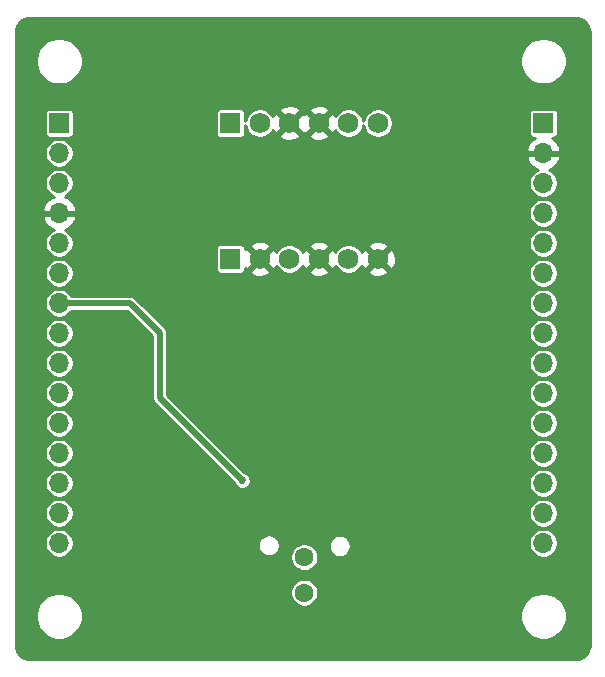
<source format=gbl>
%TF.GenerationSoftware,KiCad,Pcbnew,5.1.5+dfsg1-2build2*%
%TF.CreationDate,2021-01-24T20:27:35+01:00*%
%TF.ProjectId,PlacaStepperShield,506c6163-6153-4746-9570-706572536869,rev?*%
%TF.SameCoordinates,Original*%
%TF.FileFunction,Copper,L2,Bot*%
%TF.FilePolarity,Positive*%
%FSLAX46Y46*%
G04 Gerber Fmt 4.6, Leading zero omitted, Abs format (unit mm)*
G04 Created by KiCad (PCBNEW 5.1.5+dfsg1-2build2) date 2021-01-24 20:27:35*
%MOMM*%
%LPD*%
G04 APERTURE LIST*
%ADD10R,1.750000X1.750000*%
%ADD11C,1.750000*%
%ADD12C,1.600000*%
%ADD13O,1.700000X1.700000*%
%ADD14R,1.700000X1.700000*%
%ADD15C,0.685800*%
%ADD16C,0.500000*%
%ADD17C,0.254000*%
G04 APERTURE END LIST*
D10*
X143250000Y-63250000D03*
D11*
X145750000Y-63250000D03*
X148250000Y-63250000D03*
X150750000Y-63250000D03*
X153250000Y-63250000D03*
X155750000Y-63250000D03*
D12*
X149500000Y-103000000D03*
X149500000Y-100000000D03*
D11*
X155750000Y-74750000D03*
X153250000Y-74750000D03*
X150750000Y-74750000D03*
X148250000Y-74750000D03*
X145750000Y-74750000D03*
D10*
X143250000Y-74750000D03*
D13*
X128750000Y-98810000D03*
X128750000Y-96270000D03*
X128750000Y-93730000D03*
X128750000Y-91190000D03*
X128750000Y-88650000D03*
X128750000Y-86110000D03*
X128750000Y-83570000D03*
X128750000Y-81030000D03*
X128750000Y-78490000D03*
X128750000Y-75950000D03*
X128750000Y-73410000D03*
X128750000Y-70870000D03*
X128750000Y-68330000D03*
X128750000Y-65790000D03*
D14*
X128750000Y-63250000D03*
X169750000Y-63250000D03*
D13*
X169750000Y-65790000D03*
X169750000Y-68330000D03*
X169750000Y-70870000D03*
X169750000Y-73410000D03*
X169750000Y-75950000D03*
X169750000Y-78490000D03*
X169750000Y-81030000D03*
X169750000Y-83570000D03*
X169750000Y-86110000D03*
X169750000Y-88650000D03*
X169750000Y-91190000D03*
X169750000Y-93730000D03*
X169750000Y-96270000D03*
X169750000Y-98810000D03*
D15*
X133000000Y-70750000D03*
X136500000Y-67000000D03*
X146250000Y-66750000D03*
X149250000Y-66250000D03*
X137000000Y-75750000D03*
X139750000Y-75750000D03*
X143000000Y-86250000D03*
X144000000Y-88750000D03*
X160750000Y-82750000D03*
X160250000Y-89500000D03*
X163750000Y-87250000D03*
X165250000Y-78750000D03*
X156500000Y-70000000D03*
X158750000Y-68000000D03*
X144250000Y-93500000D03*
D16*
X128750000Y-78490000D02*
X134740000Y-78490000D01*
X137250000Y-81000000D02*
X137250000Y-86500000D01*
X134740000Y-78490000D02*
X137250000Y-81000000D01*
X144250000Y-93500000D02*
X137250000Y-86500000D01*
D17*
G36*
X172724427Y-54366549D02*
G01*
X172940309Y-54431728D01*
X173139421Y-54537598D01*
X173314171Y-54680121D01*
X173457917Y-54853880D01*
X173565172Y-55052243D01*
X173631855Y-55267661D01*
X173657100Y-55507854D01*
X173657101Y-107483214D01*
X173633450Y-107724430D01*
X173568272Y-107940309D01*
X173462402Y-108139421D01*
X173319877Y-108314174D01*
X173146121Y-108457917D01*
X172947757Y-108565172D01*
X172732339Y-108631855D01*
X172492146Y-108657100D01*
X126266776Y-108657100D01*
X126025570Y-108633450D01*
X125809691Y-108568272D01*
X125610579Y-108462402D01*
X125435826Y-108319877D01*
X125292083Y-108146121D01*
X125184828Y-107947757D01*
X125118145Y-107732339D01*
X125092900Y-107492146D01*
X125092900Y-104804889D01*
X126769000Y-104804889D01*
X126769000Y-105195111D01*
X126845129Y-105577836D01*
X126994461Y-105938355D01*
X127211257Y-106262814D01*
X127487186Y-106538743D01*
X127811645Y-106755539D01*
X128172164Y-106904871D01*
X128554889Y-106981000D01*
X128945111Y-106981000D01*
X129327836Y-106904871D01*
X129688355Y-106755539D01*
X130012814Y-106538743D01*
X130288743Y-106262814D01*
X130505539Y-105938355D01*
X130654871Y-105577836D01*
X130731000Y-105195111D01*
X130731000Y-104804889D01*
X167769000Y-104804889D01*
X167769000Y-105195111D01*
X167845129Y-105577836D01*
X167994461Y-105938355D01*
X168211257Y-106262814D01*
X168487186Y-106538743D01*
X168811645Y-106755539D01*
X169172164Y-106904871D01*
X169554889Y-106981000D01*
X169945111Y-106981000D01*
X170327836Y-106904871D01*
X170688355Y-106755539D01*
X171012814Y-106538743D01*
X171288743Y-106262814D01*
X171505539Y-105938355D01*
X171654871Y-105577836D01*
X171731000Y-105195111D01*
X171731000Y-104804889D01*
X171654871Y-104422164D01*
X171505539Y-104061645D01*
X171288743Y-103737186D01*
X171012814Y-103461257D01*
X170688355Y-103244461D01*
X170327836Y-103095129D01*
X169945111Y-103019000D01*
X169554889Y-103019000D01*
X169172164Y-103095129D01*
X168811645Y-103244461D01*
X168487186Y-103461257D01*
X168211257Y-103737186D01*
X167994461Y-104061645D01*
X167845129Y-104422164D01*
X167769000Y-104804889D01*
X130731000Y-104804889D01*
X130654871Y-104422164D01*
X130505539Y-104061645D01*
X130288743Y-103737186D01*
X130012814Y-103461257D01*
X129688355Y-103244461D01*
X129327836Y-103095129D01*
X128945111Y-103019000D01*
X128554889Y-103019000D01*
X128172164Y-103095129D01*
X127811645Y-103244461D01*
X127487186Y-103461257D01*
X127211257Y-103737186D01*
X126994461Y-104061645D01*
X126845129Y-104422164D01*
X126769000Y-104804889D01*
X125092900Y-104804889D01*
X125092900Y-102883682D01*
X148319000Y-102883682D01*
X148319000Y-103116318D01*
X148364386Y-103344485D01*
X148453412Y-103559413D01*
X148582658Y-103752843D01*
X148747157Y-103917342D01*
X148940587Y-104046588D01*
X149155515Y-104135614D01*
X149383682Y-104181000D01*
X149616318Y-104181000D01*
X149844485Y-104135614D01*
X150059413Y-104046588D01*
X150252843Y-103917342D01*
X150417342Y-103752843D01*
X150546588Y-103559413D01*
X150635614Y-103344485D01*
X150681000Y-103116318D01*
X150681000Y-102883682D01*
X150635614Y-102655515D01*
X150546588Y-102440587D01*
X150417342Y-102247157D01*
X150252843Y-102082658D01*
X150059413Y-101953412D01*
X149844485Y-101864386D01*
X149616318Y-101819000D01*
X149383682Y-101819000D01*
X149155515Y-101864386D01*
X148940587Y-101953412D01*
X148747157Y-102082658D01*
X148582658Y-102247157D01*
X148453412Y-102440587D01*
X148364386Y-102655515D01*
X148319000Y-102883682D01*
X125092900Y-102883682D01*
X125092900Y-98688757D01*
X127519000Y-98688757D01*
X127519000Y-98931243D01*
X127566307Y-99169069D01*
X127659102Y-99393097D01*
X127793820Y-99594717D01*
X127965283Y-99766180D01*
X128166903Y-99900898D01*
X128390931Y-99993693D01*
X128628757Y-100041000D01*
X128871243Y-100041000D01*
X129109069Y-99993693D01*
X129333097Y-99900898D01*
X129534717Y-99766180D01*
X129706180Y-99594717D01*
X129840898Y-99393097D01*
X129933693Y-99169069D01*
X129981000Y-98931243D01*
X129981000Y-98908304D01*
X145569000Y-98908304D01*
X145569000Y-99091696D01*
X145604778Y-99271563D01*
X145674958Y-99440994D01*
X145776845Y-99593478D01*
X145906522Y-99723155D01*
X146059006Y-99825042D01*
X146228437Y-99895222D01*
X146408304Y-99931000D01*
X146591696Y-99931000D01*
X146771563Y-99895222D01*
X146799423Y-99883682D01*
X148319000Y-99883682D01*
X148319000Y-100116318D01*
X148364386Y-100344485D01*
X148453412Y-100559413D01*
X148582658Y-100752843D01*
X148747157Y-100917342D01*
X148940587Y-101046588D01*
X149155515Y-101135614D01*
X149383682Y-101181000D01*
X149616318Y-101181000D01*
X149844485Y-101135614D01*
X150059413Y-101046588D01*
X150252843Y-100917342D01*
X150417342Y-100752843D01*
X150546588Y-100559413D01*
X150635614Y-100344485D01*
X150681000Y-100116318D01*
X150681000Y-99883682D01*
X150635614Y-99655515D01*
X150546588Y-99440587D01*
X150417342Y-99247157D01*
X150252843Y-99082658D01*
X150081701Y-98968304D01*
X151569000Y-98968304D01*
X151569000Y-99151696D01*
X151604778Y-99331563D01*
X151674958Y-99500994D01*
X151776845Y-99653478D01*
X151906522Y-99783155D01*
X152059006Y-99885042D01*
X152228437Y-99955222D01*
X152408304Y-99991000D01*
X152591696Y-99991000D01*
X152771563Y-99955222D01*
X152940994Y-99885042D01*
X153093478Y-99783155D01*
X153223155Y-99653478D01*
X153325042Y-99500994D01*
X153395222Y-99331563D01*
X153431000Y-99151696D01*
X153431000Y-98968304D01*
X153395222Y-98788437D01*
X153353934Y-98688757D01*
X168519000Y-98688757D01*
X168519000Y-98931243D01*
X168566307Y-99169069D01*
X168659102Y-99393097D01*
X168793820Y-99594717D01*
X168965283Y-99766180D01*
X169166903Y-99900898D01*
X169390931Y-99993693D01*
X169628757Y-100041000D01*
X169871243Y-100041000D01*
X170109069Y-99993693D01*
X170333097Y-99900898D01*
X170534717Y-99766180D01*
X170706180Y-99594717D01*
X170840898Y-99393097D01*
X170933693Y-99169069D01*
X170981000Y-98931243D01*
X170981000Y-98688757D01*
X170933693Y-98450931D01*
X170840898Y-98226903D01*
X170706180Y-98025283D01*
X170534717Y-97853820D01*
X170333097Y-97719102D01*
X170109069Y-97626307D01*
X169871243Y-97579000D01*
X169628757Y-97579000D01*
X169390931Y-97626307D01*
X169166903Y-97719102D01*
X168965283Y-97853820D01*
X168793820Y-98025283D01*
X168659102Y-98226903D01*
X168566307Y-98450931D01*
X168519000Y-98688757D01*
X153353934Y-98688757D01*
X153325042Y-98619006D01*
X153223155Y-98466522D01*
X153093478Y-98336845D01*
X152940994Y-98234958D01*
X152771563Y-98164778D01*
X152591696Y-98129000D01*
X152408304Y-98129000D01*
X152228437Y-98164778D01*
X152059006Y-98234958D01*
X151906522Y-98336845D01*
X151776845Y-98466522D01*
X151674958Y-98619006D01*
X151604778Y-98788437D01*
X151569000Y-98968304D01*
X150081701Y-98968304D01*
X150059413Y-98953412D01*
X149844485Y-98864386D01*
X149616318Y-98819000D01*
X149383682Y-98819000D01*
X149155515Y-98864386D01*
X148940587Y-98953412D01*
X148747157Y-99082658D01*
X148582658Y-99247157D01*
X148453412Y-99440587D01*
X148364386Y-99655515D01*
X148319000Y-99883682D01*
X146799423Y-99883682D01*
X146940994Y-99825042D01*
X147093478Y-99723155D01*
X147223155Y-99593478D01*
X147325042Y-99440994D01*
X147395222Y-99271563D01*
X147431000Y-99091696D01*
X147431000Y-98908304D01*
X147395222Y-98728437D01*
X147325042Y-98559006D01*
X147223155Y-98406522D01*
X147093478Y-98276845D01*
X146940994Y-98174958D01*
X146771563Y-98104778D01*
X146591696Y-98069000D01*
X146408304Y-98069000D01*
X146228437Y-98104778D01*
X146059006Y-98174958D01*
X145906522Y-98276845D01*
X145776845Y-98406522D01*
X145674958Y-98559006D01*
X145604778Y-98728437D01*
X145569000Y-98908304D01*
X129981000Y-98908304D01*
X129981000Y-98688757D01*
X129933693Y-98450931D01*
X129840898Y-98226903D01*
X129706180Y-98025283D01*
X129534717Y-97853820D01*
X129333097Y-97719102D01*
X129109069Y-97626307D01*
X128871243Y-97579000D01*
X128628757Y-97579000D01*
X128390931Y-97626307D01*
X128166903Y-97719102D01*
X127965283Y-97853820D01*
X127793820Y-98025283D01*
X127659102Y-98226903D01*
X127566307Y-98450931D01*
X127519000Y-98688757D01*
X125092900Y-98688757D01*
X125092900Y-96148757D01*
X127519000Y-96148757D01*
X127519000Y-96391243D01*
X127566307Y-96629069D01*
X127659102Y-96853097D01*
X127793820Y-97054717D01*
X127965283Y-97226180D01*
X128166903Y-97360898D01*
X128390931Y-97453693D01*
X128628757Y-97501000D01*
X128871243Y-97501000D01*
X129109069Y-97453693D01*
X129333097Y-97360898D01*
X129534717Y-97226180D01*
X129706180Y-97054717D01*
X129840898Y-96853097D01*
X129933693Y-96629069D01*
X129981000Y-96391243D01*
X129981000Y-96148757D01*
X168519000Y-96148757D01*
X168519000Y-96391243D01*
X168566307Y-96629069D01*
X168659102Y-96853097D01*
X168793820Y-97054717D01*
X168965283Y-97226180D01*
X169166903Y-97360898D01*
X169390931Y-97453693D01*
X169628757Y-97501000D01*
X169871243Y-97501000D01*
X170109069Y-97453693D01*
X170333097Y-97360898D01*
X170534717Y-97226180D01*
X170706180Y-97054717D01*
X170840898Y-96853097D01*
X170933693Y-96629069D01*
X170981000Y-96391243D01*
X170981000Y-96148757D01*
X170933693Y-95910931D01*
X170840898Y-95686903D01*
X170706180Y-95485283D01*
X170534717Y-95313820D01*
X170333097Y-95179102D01*
X170109069Y-95086307D01*
X169871243Y-95039000D01*
X169628757Y-95039000D01*
X169390931Y-95086307D01*
X169166903Y-95179102D01*
X168965283Y-95313820D01*
X168793820Y-95485283D01*
X168659102Y-95686903D01*
X168566307Y-95910931D01*
X168519000Y-96148757D01*
X129981000Y-96148757D01*
X129933693Y-95910931D01*
X129840898Y-95686903D01*
X129706180Y-95485283D01*
X129534717Y-95313820D01*
X129333097Y-95179102D01*
X129109069Y-95086307D01*
X128871243Y-95039000D01*
X128628757Y-95039000D01*
X128390931Y-95086307D01*
X128166903Y-95179102D01*
X127965283Y-95313820D01*
X127793820Y-95485283D01*
X127659102Y-95686903D01*
X127566307Y-95910931D01*
X127519000Y-96148757D01*
X125092900Y-96148757D01*
X125092900Y-93608757D01*
X127519000Y-93608757D01*
X127519000Y-93851243D01*
X127566307Y-94089069D01*
X127659102Y-94313097D01*
X127793820Y-94514717D01*
X127965283Y-94686180D01*
X128166903Y-94820898D01*
X128390931Y-94913693D01*
X128628757Y-94961000D01*
X128871243Y-94961000D01*
X129109069Y-94913693D01*
X129333097Y-94820898D01*
X129534717Y-94686180D01*
X129706180Y-94514717D01*
X129840898Y-94313097D01*
X129933693Y-94089069D01*
X129981000Y-93851243D01*
X129981000Y-93608757D01*
X129933693Y-93370931D01*
X129840898Y-93146903D01*
X129706180Y-92945283D01*
X129534717Y-92773820D01*
X129333097Y-92639102D01*
X129109069Y-92546307D01*
X128871243Y-92499000D01*
X128628757Y-92499000D01*
X128390931Y-92546307D01*
X128166903Y-92639102D01*
X127965283Y-92773820D01*
X127793820Y-92945283D01*
X127659102Y-93146903D01*
X127566307Y-93370931D01*
X127519000Y-93608757D01*
X125092900Y-93608757D01*
X125092900Y-91068757D01*
X127519000Y-91068757D01*
X127519000Y-91311243D01*
X127566307Y-91549069D01*
X127659102Y-91773097D01*
X127793820Y-91974717D01*
X127965283Y-92146180D01*
X128166903Y-92280898D01*
X128390931Y-92373693D01*
X128628757Y-92421000D01*
X128871243Y-92421000D01*
X129109069Y-92373693D01*
X129333097Y-92280898D01*
X129534717Y-92146180D01*
X129706180Y-91974717D01*
X129840898Y-91773097D01*
X129933693Y-91549069D01*
X129981000Y-91311243D01*
X129981000Y-91068757D01*
X129933693Y-90830931D01*
X129840898Y-90606903D01*
X129706180Y-90405283D01*
X129534717Y-90233820D01*
X129333097Y-90099102D01*
X129109069Y-90006307D01*
X128871243Y-89959000D01*
X128628757Y-89959000D01*
X128390931Y-90006307D01*
X128166903Y-90099102D01*
X127965283Y-90233820D01*
X127793820Y-90405283D01*
X127659102Y-90606903D01*
X127566307Y-90830931D01*
X127519000Y-91068757D01*
X125092900Y-91068757D01*
X125092900Y-88528757D01*
X127519000Y-88528757D01*
X127519000Y-88771243D01*
X127566307Y-89009069D01*
X127659102Y-89233097D01*
X127793820Y-89434717D01*
X127965283Y-89606180D01*
X128166903Y-89740898D01*
X128390931Y-89833693D01*
X128628757Y-89881000D01*
X128871243Y-89881000D01*
X129109069Y-89833693D01*
X129333097Y-89740898D01*
X129534717Y-89606180D01*
X129706180Y-89434717D01*
X129840898Y-89233097D01*
X129933693Y-89009069D01*
X129981000Y-88771243D01*
X129981000Y-88528757D01*
X129933693Y-88290931D01*
X129840898Y-88066903D01*
X129706180Y-87865283D01*
X129534717Y-87693820D01*
X129333097Y-87559102D01*
X129109069Y-87466307D01*
X128871243Y-87419000D01*
X128628757Y-87419000D01*
X128390931Y-87466307D01*
X128166903Y-87559102D01*
X127965283Y-87693820D01*
X127793820Y-87865283D01*
X127659102Y-88066903D01*
X127566307Y-88290931D01*
X127519000Y-88528757D01*
X125092900Y-88528757D01*
X125092900Y-85988757D01*
X127519000Y-85988757D01*
X127519000Y-86231243D01*
X127566307Y-86469069D01*
X127659102Y-86693097D01*
X127793820Y-86894717D01*
X127965283Y-87066180D01*
X128166903Y-87200898D01*
X128390931Y-87293693D01*
X128628757Y-87341000D01*
X128871243Y-87341000D01*
X129109069Y-87293693D01*
X129333097Y-87200898D01*
X129534717Y-87066180D01*
X129706180Y-86894717D01*
X129840898Y-86693097D01*
X129933693Y-86469069D01*
X129981000Y-86231243D01*
X129981000Y-85988757D01*
X129933693Y-85750931D01*
X129840898Y-85526903D01*
X129706180Y-85325283D01*
X129534717Y-85153820D01*
X129333097Y-85019102D01*
X129109069Y-84926307D01*
X128871243Y-84879000D01*
X128628757Y-84879000D01*
X128390931Y-84926307D01*
X128166903Y-85019102D01*
X127965283Y-85153820D01*
X127793820Y-85325283D01*
X127659102Y-85526903D01*
X127566307Y-85750931D01*
X127519000Y-85988757D01*
X125092900Y-85988757D01*
X125092900Y-83448757D01*
X127519000Y-83448757D01*
X127519000Y-83691243D01*
X127566307Y-83929069D01*
X127659102Y-84153097D01*
X127793820Y-84354717D01*
X127965283Y-84526180D01*
X128166903Y-84660898D01*
X128390931Y-84753693D01*
X128628757Y-84801000D01*
X128871243Y-84801000D01*
X129109069Y-84753693D01*
X129333097Y-84660898D01*
X129534717Y-84526180D01*
X129706180Y-84354717D01*
X129840898Y-84153097D01*
X129933693Y-83929069D01*
X129981000Y-83691243D01*
X129981000Y-83448757D01*
X129933693Y-83210931D01*
X129840898Y-82986903D01*
X129706180Y-82785283D01*
X129534717Y-82613820D01*
X129333097Y-82479102D01*
X129109069Y-82386307D01*
X128871243Y-82339000D01*
X128628757Y-82339000D01*
X128390931Y-82386307D01*
X128166903Y-82479102D01*
X127965283Y-82613820D01*
X127793820Y-82785283D01*
X127659102Y-82986903D01*
X127566307Y-83210931D01*
X127519000Y-83448757D01*
X125092900Y-83448757D01*
X125092900Y-80908757D01*
X127519000Y-80908757D01*
X127519000Y-81151243D01*
X127566307Y-81389069D01*
X127659102Y-81613097D01*
X127793820Y-81814717D01*
X127965283Y-81986180D01*
X128166903Y-82120898D01*
X128390931Y-82213693D01*
X128628757Y-82261000D01*
X128871243Y-82261000D01*
X129109069Y-82213693D01*
X129333097Y-82120898D01*
X129534717Y-81986180D01*
X129706180Y-81814717D01*
X129840898Y-81613097D01*
X129933693Y-81389069D01*
X129981000Y-81151243D01*
X129981000Y-80908757D01*
X129933693Y-80670931D01*
X129840898Y-80446903D01*
X129706180Y-80245283D01*
X129534717Y-80073820D01*
X129333097Y-79939102D01*
X129109069Y-79846307D01*
X128871243Y-79799000D01*
X128628757Y-79799000D01*
X128390931Y-79846307D01*
X128166903Y-79939102D01*
X127965283Y-80073820D01*
X127793820Y-80245283D01*
X127659102Y-80446903D01*
X127566307Y-80670931D01*
X127519000Y-80908757D01*
X125092900Y-80908757D01*
X125092900Y-78368757D01*
X127519000Y-78368757D01*
X127519000Y-78611243D01*
X127566307Y-78849069D01*
X127659102Y-79073097D01*
X127793820Y-79274717D01*
X127965283Y-79446180D01*
X128166903Y-79580898D01*
X128390931Y-79673693D01*
X128628757Y-79721000D01*
X128871243Y-79721000D01*
X129109069Y-79673693D01*
X129333097Y-79580898D01*
X129534717Y-79446180D01*
X129706180Y-79274717D01*
X129808890Y-79121000D01*
X134478632Y-79121000D01*
X136619000Y-81261369D01*
X136619001Y-86469000D01*
X136615948Y-86500000D01*
X136628130Y-86623697D01*
X136664211Y-86742641D01*
X136722804Y-86852260D01*
X136781897Y-86924265D01*
X136781900Y-86924268D01*
X136801658Y-86948343D01*
X136825733Y-86968101D01*
X143550228Y-93692597D01*
X143553919Y-93711154D01*
X143608488Y-93842895D01*
X143687710Y-93961460D01*
X143788540Y-94062290D01*
X143907105Y-94141512D01*
X144038846Y-94196081D01*
X144178702Y-94223900D01*
X144321298Y-94223900D01*
X144461154Y-94196081D01*
X144592895Y-94141512D01*
X144711460Y-94062290D01*
X144812290Y-93961460D01*
X144891512Y-93842895D01*
X144946081Y-93711154D01*
X144966448Y-93608757D01*
X168519000Y-93608757D01*
X168519000Y-93851243D01*
X168566307Y-94089069D01*
X168659102Y-94313097D01*
X168793820Y-94514717D01*
X168965283Y-94686180D01*
X169166903Y-94820898D01*
X169390931Y-94913693D01*
X169628757Y-94961000D01*
X169871243Y-94961000D01*
X170109069Y-94913693D01*
X170333097Y-94820898D01*
X170534717Y-94686180D01*
X170706180Y-94514717D01*
X170840898Y-94313097D01*
X170933693Y-94089069D01*
X170981000Y-93851243D01*
X170981000Y-93608757D01*
X170933693Y-93370931D01*
X170840898Y-93146903D01*
X170706180Y-92945283D01*
X170534717Y-92773820D01*
X170333097Y-92639102D01*
X170109069Y-92546307D01*
X169871243Y-92499000D01*
X169628757Y-92499000D01*
X169390931Y-92546307D01*
X169166903Y-92639102D01*
X168965283Y-92773820D01*
X168793820Y-92945283D01*
X168659102Y-93146903D01*
X168566307Y-93370931D01*
X168519000Y-93608757D01*
X144966448Y-93608757D01*
X144973900Y-93571298D01*
X144973900Y-93428702D01*
X144946081Y-93288846D01*
X144891512Y-93157105D01*
X144812290Y-93038540D01*
X144711460Y-92937710D01*
X144592895Y-92858488D01*
X144461154Y-92803919D01*
X144442597Y-92800228D01*
X142711126Y-91068757D01*
X168519000Y-91068757D01*
X168519000Y-91311243D01*
X168566307Y-91549069D01*
X168659102Y-91773097D01*
X168793820Y-91974717D01*
X168965283Y-92146180D01*
X169166903Y-92280898D01*
X169390931Y-92373693D01*
X169628757Y-92421000D01*
X169871243Y-92421000D01*
X170109069Y-92373693D01*
X170333097Y-92280898D01*
X170534717Y-92146180D01*
X170706180Y-91974717D01*
X170840898Y-91773097D01*
X170933693Y-91549069D01*
X170981000Y-91311243D01*
X170981000Y-91068757D01*
X170933693Y-90830931D01*
X170840898Y-90606903D01*
X170706180Y-90405283D01*
X170534717Y-90233820D01*
X170333097Y-90099102D01*
X170109069Y-90006307D01*
X169871243Y-89959000D01*
X169628757Y-89959000D01*
X169390931Y-90006307D01*
X169166903Y-90099102D01*
X168965283Y-90233820D01*
X168793820Y-90405283D01*
X168659102Y-90606903D01*
X168566307Y-90830931D01*
X168519000Y-91068757D01*
X142711126Y-91068757D01*
X140171126Y-88528757D01*
X168519000Y-88528757D01*
X168519000Y-88771243D01*
X168566307Y-89009069D01*
X168659102Y-89233097D01*
X168793820Y-89434717D01*
X168965283Y-89606180D01*
X169166903Y-89740898D01*
X169390931Y-89833693D01*
X169628757Y-89881000D01*
X169871243Y-89881000D01*
X170109069Y-89833693D01*
X170333097Y-89740898D01*
X170534717Y-89606180D01*
X170706180Y-89434717D01*
X170840898Y-89233097D01*
X170933693Y-89009069D01*
X170981000Y-88771243D01*
X170981000Y-88528757D01*
X170933693Y-88290931D01*
X170840898Y-88066903D01*
X170706180Y-87865283D01*
X170534717Y-87693820D01*
X170333097Y-87559102D01*
X170109069Y-87466307D01*
X169871243Y-87419000D01*
X169628757Y-87419000D01*
X169390931Y-87466307D01*
X169166903Y-87559102D01*
X168965283Y-87693820D01*
X168793820Y-87865283D01*
X168659102Y-88066903D01*
X168566307Y-88290931D01*
X168519000Y-88528757D01*
X140171126Y-88528757D01*
X137881000Y-86238632D01*
X137881000Y-85988757D01*
X168519000Y-85988757D01*
X168519000Y-86231243D01*
X168566307Y-86469069D01*
X168659102Y-86693097D01*
X168793820Y-86894717D01*
X168965283Y-87066180D01*
X169166903Y-87200898D01*
X169390931Y-87293693D01*
X169628757Y-87341000D01*
X169871243Y-87341000D01*
X170109069Y-87293693D01*
X170333097Y-87200898D01*
X170534717Y-87066180D01*
X170706180Y-86894717D01*
X170840898Y-86693097D01*
X170933693Y-86469069D01*
X170981000Y-86231243D01*
X170981000Y-85988757D01*
X170933693Y-85750931D01*
X170840898Y-85526903D01*
X170706180Y-85325283D01*
X170534717Y-85153820D01*
X170333097Y-85019102D01*
X170109069Y-84926307D01*
X169871243Y-84879000D01*
X169628757Y-84879000D01*
X169390931Y-84926307D01*
X169166903Y-85019102D01*
X168965283Y-85153820D01*
X168793820Y-85325283D01*
X168659102Y-85526903D01*
X168566307Y-85750931D01*
X168519000Y-85988757D01*
X137881000Y-85988757D01*
X137881000Y-83448757D01*
X168519000Y-83448757D01*
X168519000Y-83691243D01*
X168566307Y-83929069D01*
X168659102Y-84153097D01*
X168793820Y-84354717D01*
X168965283Y-84526180D01*
X169166903Y-84660898D01*
X169390931Y-84753693D01*
X169628757Y-84801000D01*
X169871243Y-84801000D01*
X170109069Y-84753693D01*
X170333097Y-84660898D01*
X170534717Y-84526180D01*
X170706180Y-84354717D01*
X170840898Y-84153097D01*
X170933693Y-83929069D01*
X170981000Y-83691243D01*
X170981000Y-83448757D01*
X170933693Y-83210931D01*
X170840898Y-82986903D01*
X170706180Y-82785283D01*
X170534717Y-82613820D01*
X170333097Y-82479102D01*
X170109069Y-82386307D01*
X169871243Y-82339000D01*
X169628757Y-82339000D01*
X169390931Y-82386307D01*
X169166903Y-82479102D01*
X168965283Y-82613820D01*
X168793820Y-82785283D01*
X168659102Y-82986903D01*
X168566307Y-83210931D01*
X168519000Y-83448757D01*
X137881000Y-83448757D01*
X137881000Y-81030987D01*
X137884052Y-80999999D01*
X137881000Y-80969011D01*
X137881000Y-80969002D01*
X137875067Y-80908757D01*
X168519000Y-80908757D01*
X168519000Y-81151243D01*
X168566307Y-81389069D01*
X168659102Y-81613097D01*
X168793820Y-81814717D01*
X168965283Y-81986180D01*
X169166903Y-82120898D01*
X169390931Y-82213693D01*
X169628757Y-82261000D01*
X169871243Y-82261000D01*
X170109069Y-82213693D01*
X170333097Y-82120898D01*
X170534717Y-81986180D01*
X170706180Y-81814717D01*
X170840898Y-81613097D01*
X170933693Y-81389069D01*
X170981000Y-81151243D01*
X170981000Y-80908757D01*
X170933693Y-80670931D01*
X170840898Y-80446903D01*
X170706180Y-80245283D01*
X170534717Y-80073820D01*
X170333097Y-79939102D01*
X170109069Y-79846307D01*
X169871243Y-79799000D01*
X169628757Y-79799000D01*
X169390931Y-79846307D01*
X169166903Y-79939102D01*
X168965283Y-80073820D01*
X168793820Y-80245283D01*
X168659102Y-80446903D01*
X168566307Y-80670931D01*
X168519000Y-80908757D01*
X137875067Y-80908757D01*
X137871870Y-80876302D01*
X137835789Y-80757358D01*
X137777196Y-80647739D01*
X137698343Y-80551657D01*
X137674269Y-80531900D01*
X135511126Y-78368757D01*
X168519000Y-78368757D01*
X168519000Y-78611243D01*
X168566307Y-78849069D01*
X168659102Y-79073097D01*
X168793820Y-79274717D01*
X168965283Y-79446180D01*
X169166903Y-79580898D01*
X169390931Y-79673693D01*
X169628757Y-79721000D01*
X169871243Y-79721000D01*
X170109069Y-79673693D01*
X170333097Y-79580898D01*
X170534717Y-79446180D01*
X170706180Y-79274717D01*
X170840898Y-79073097D01*
X170933693Y-78849069D01*
X170981000Y-78611243D01*
X170981000Y-78368757D01*
X170933693Y-78130931D01*
X170840898Y-77906903D01*
X170706180Y-77705283D01*
X170534717Y-77533820D01*
X170333097Y-77399102D01*
X170109069Y-77306307D01*
X169871243Y-77259000D01*
X169628757Y-77259000D01*
X169390931Y-77306307D01*
X169166903Y-77399102D01*
X168965283Y-77533820D01*
X168793820Y-77705283D01*
X168659102Y-77906903D01*
X168566307Y-78130931D01*
X168519000Y-78368757D01*
X135511126Y-78368757D01*
X135208105Y-78065737D01*
X135188343Y-78041657D01*
X135092261Y-77962804D01*
X134982642Y-77904211D01*
X134863698Y-77868130D01*
X134770998Y-77859000D01*
X134770990Y-77859000D01*
X134740000Y-77855948D01*
X134709010Y-77859000D01*
X129808890Y-77859000D01*
X129706180Y-77705283D01*
X129534717Y-77533820D01*
X129333097Y-77399102D01*
X129109069Y-77306307D01*
X128871243Y-77259000D01*
X128628757Y-77259000D01*
X128390931Y-77306307D01*
X128166903Y-77399102D01*
X127965283Y-77533820D01*
X127793820Y-77705283D01*
X127659102Y-77906903D01*
X127566307Y-78130931D01*
X127519000Y-78368757D01*
X125092900Y-78368757D01*
X125092900Y-75828757D01*
X127519000Y-75828757D01*
X127519000Y-76071243D01*
X127566307Y-76309069D01*
X127659102Y-76533097D01*
X127793820Y-76734717D01*
X127965283Y-76906180D01*
X128166903Y-77040898D01*
X128390931Y-77133693D01*
X128628757Y-77181000D01*
X128871243Y-77181000D01*
X129109069Y-77133693D01*
X129333097Y-77040898D01*
X129534717Y-76906180D01*
X129706180Y-76734717D01*
X129840898Y-76533097D01*
X129933693Y-76309069D01*
X129981000Y-76071243D01*
X129981000Y-75828757D01*
X129933693Y-75590931D01*
X129840898Y-75366903D01*
X129706180Y-75165283D01*
X129534717Y-74993820D01*
X129333097Y-74859102D01*
X129109069Y-74766307D01*
X128871243Y-74719000D01*
X128628757Y-74719000D01*
X128390931Y-74766307D01*
X128166903Y-74859102D01*
X127965283Y-74993820D01*
X127793820Y-75165283D01*
X127659102Y-75366903D01*
X127566307Y-75590931D01*
X127519000Y-75828757D01*
X125092900Y-75828757D01*
X125092900Y-71226890D01*
X127308524Y-71226890D01*
X127353175Y-71374099D01*
X127478359Y-71636920D01*
X127652412Y-71870269D01*
X127868645Y-72065178D01*
X128118748Y-72214157D01*
X128281168Y-72271772D01*
X128166903Y-72319102D01*
X127965283Y-72453820D01*
X127793820Y-72625283D01*
X127659102Y-72826903D01*
X127566307Y-73050931D01*
X127519000Y-73288757D01*
X127519000Y-73531243D01*
X127566307Y-73769069D01*
X127659102Y-73993097D01*
X127793820Y-74194717D01*
X127965283Y-74366180D01*
X128166903Y-74500898D01*
X128390931Y-74593693D01*
X128628757Y-74641000D01*
X128871243Y-74641000D01*
X129109069Y-74593693D01*
X129333097Y-74500898D01*
X129534717Y-74366180D01*
X129706180Y-74194717D01*
X129840898Y-73993097D01*
X129889815Y-73875000D01*
X141992157Y-73875000D01*
X141992157Y-75625000D01*
X141999513Y-75699689D01*
X142021299Y-75771508D01*
X142056678Y-75837696D01*
X142104289Y-75895711D01*
X142162304Y-75943322D01*
X142228492Y-75978701D01*
X142300311Y-76000487D01*
X142375000Y-76007843D01*
X144125000Y-76007843D01*
X144199689Y-76000487D01*
X144271508Y-75978701D01*
X144337696Y-75943322D01*
X144395711Y-75895711D01*
X144443322Y-75837696D01*
X144465481Y-75796240D01*
X144883365Y-75796240D01*
X144964025Y-76047868D01*
X145232329Y-76176267D01*
X145520526Y-76249855D01*
X145817543Y-76265804D01*
X146111963Y-76223501D01*
X146392474Y-76124572D01*
X146535975Y-76047868D01*
X146616635Y-75796240D01*
X145750000Y-74929605D01*
X144883365Y-75796240D01*
X144465481Y-75796240D01*
X144478701Y-75771508D01*
X144500487Y-75699689D01*
X144507843Y-75625000D01*
X144507843Y-75553833D01*
X144703760Y-75616635D01*
X145570395Y-74750000D01*
X145929605Y-74750000D01*
X146796240Y-75616635D01*
X147047868Y-75535975D01*
X147138312Y-75346982D01*
X147274401Y-75550653D01*
X147449347Y-75725599D01*
X147655061Y-75863053D01*
X147883638Y-75957732D01*
X148126295Y-76006000D01*
X148373705Y-76006000D01*
X148616362Y-75957732D01*
X148844939Y-75863053D01*
X148944931Y-75796240D01*
X149883365Y-75796240D01*
X149964025Y-76047868D01*
X150232329Y-76176267D01*
X150520526Y-76249855D01*
X150817543Y-76265804D01*
X151111963Y-76223501D01*
X151392474Y-76124572D01*
X151535975Y-76047868D01*
X151616635Y-75796240D01*
X150750000Y-74929605D01*
X149883365Y-75796240D01*
X148944931Y-75796240D01*
X149050653Y-75725599D01*
X149225599Y-75550653D01*
X149360180Y-75349239D01*
X149375428Y-75392474D01*
X149452132Y-75535975D01*
X149703760Y-75616635D01*
X150570395Y-74750000D01*
X150929605Y-74750000D01*
X151796240Y-75616635D01*
X152047868Y-75535975D01*
X152138312Y-75346982D01*
X152274401Y-75550653D01*
X152449347Y-75725599D01*
X152655061Y-75863053D01*
X152883638Y-75957732D01*
X153126295Y-76006000D01*
X153373705Y-76006000D01*
X153616362Y-75957732D01*
X153844939Y-75863053D01*
X153944931Y-75796240D01*
X154883365Y-75796240D01*
X154964025Y-76047868D01*
X155232329Y-76176267D01*
X155520526Y-76249855D01*
X155817543Y-76265804D01*
X156111963Y-76223501D01*
X156392474Y-76124572D01*
X156535975Y-76047868D01*
X156606211Y-75828757D01*
X168519000Y-75828757D01*
X168519000Y-76071243D01*
X168566307Y-76309069D01*
X168659102Y-76533097D01*
X168793820Y-76734717D01*
X168965283Y-76906180D01*
X169166903Y-77040898D01*
X169390931Y-77133693D01*
X169628757Y-77181000D01*
X169871243Y-77181000D01*
X170109069Y-77133693D01*
X170333097Y-77040898D01*
X170534717Y-76906180D01*
X170706180Y-76734717D01*
X170840898Y-76533097D01*
X170933693Y-76309069D01*
X170981000Y-76071243D01*
X170981000Y-75828757D01*
X170933693Y-75590931D01*
X170840898Y-75366903D01*
X170706180Y-75165283D01*
X170534717Y-74993820D01*
X170333097Y-74859102D01*
X170109069Y-74766307D01*
X169871243Y-74719000D01*
X169628757Y-74719000D01*
X169390931Y-74766307D01*
X169166903Y-74859102D01*
X168965283Y-74993820D01*
X168793820Y-75165283D01*
X168659102Y-75366903D01*
X168566307Y-75590931D01*
X168519000Y-75828757D01*
X156606211Y-75828757D01*
X156616635Y-75796240D01*
X155750000Y-74929605D01*
X154883365Y-75796240D01*
X153944931Y-75796240D01*
X154050653Y-75725599D01*
X154225599Y-75550653D01*
X154360180Y-75349239D01*
X154375428Y-75392474D01*
X154452132Y-75535975D01*
X154703760Y-75616635D01*
X155570395Y-74750000D01*
X155929605Y-74750000D01*
X156796240Y-75616635D01*
X157047868Y-75535975D01*
X157176267Y-75267671D01*
X157249855Y-74979474D01*
X157265804Y-74682457D01*
X157223501Y-74388037D01*
X157124572Y-74107526D01*
X157047868Y-73964025D01*
X156796240Y-73883365D01*
X155929605Y-74750000D01*
X155570395Y-74750000D01*
X154703760Y-73883365D01*
X154452132Y-73964025D01*
X154361688Y-74153018D01*
X154225599Y-73949347D01*
X154050653Y-73774401D01*
X153944932Y-73703760D01*
X154883365Y-73703760D01*
X155750000Y-74570395D01*
X156616635Y-73703760D01*
X156535975Y-73452132D01*
X156267671Y-73323733D01*
X156130693Y-73288757D01*
X168519000Y-73288757D01*
X168519000Y-73531243D01*
X168566307Y-73769069D01*
X168659102Y-73993097D01*
X168793820Y-74194717D01*
X168965283Y-74366180D01*
X169166903Y-74500898D01*
X169390931Y-74593693D01*
X169628757Y-74641000D01*
X169871243Y-74641000D01*
X170109069Y-74593693D01*
X170333097Y-74500898D01*
X170534717Y-74366180D01*
X170706180Y-74194717D01*
X170840898Y-73993097D01*
X170933693Y-73769069D01*
X170981000Y-73531243D01*
X170981000Y-73288757D01*
X170933693Y-73050931D01*
X170840898Y-72826903D01*
X170706180Y-72625283D01*
X170534717Y-72453820D01*
X170333097Y-72319102D01*
X170109069Y-72226307D01*
X169871243Y-72179000D01*
X169628757Y-72179000D01*
X169390931Y-72226307D01*
X169166903Y-72319102D01*
X168965283Y-72453820D01*
X168793820Y-72625283D01*
X168659102Y-72826903D01*
X168566307Y-73050931D01*
X168519000Y-73288757D01*
X156130693Y-73288757D01*
X155979474Y-73250145D01*
X155682457Y-73234196D01*
X155388037Y-73276499D01*
X155107526Y-73375428D01*
X154964025Y-73452132D01*
X154883365Y-73703760D01*
X153944932Y-73703760D01*
X153844939Y-73636947D01*
X153616362Y-73542268D01*
X153373705Y-73494000D01*
X153126295Y-73494000D01*
X152883638Y-73542268D01*
X152655061Y-73636947D01*
X152449347Y-73774401D01*
X152274401Y-73949347D01*
X152139820Y-74150761D01*
X152124572Y-74107526D01*
X152047868Y-73964025D01*
X151796240Y-73883365D01*
X150929605Y-74750000D01*
X150570395Y-74750000D01*
X149703760Y-73883365D01*
X149452132Y-73964025D01*
X149361688Y-74153018D01*
X149225599Y-73949347D01*
X149050653Y-73774401D01*
X148944932Y-73703760D01*
X149883365Y-73703760D01*
X150750000Y-74570395D01*
X151616635Y-73703760D01*
X151535975Y-73452132D01*
X151267671Y-73323733D01*
X150979474Y-73250145D01*
X150682457Y-73234196D01*
X150388037Y-73276499D01*
X150107526Y-73375428D01*
X149964025Y-73452132D01*
X149883365Y-73703760D01*
X148944932Y-73703760D01*
X148844939Y-73636947D01*
X148616362Y-73542268D01*
X148373705Y-73494000D01*
X148126295Y-73494000D01*
X147883638Y-73542268D01*
X147655061Y-73636947D01*
X147449347Y-73774401D01*
X147274401Y-73949347D01*
X147139820Y-74150761D01*
X147124572Y-74107526D01*
X147047868Y-73964025D01*
X146796240Y-73883365D01*
X145929605Y-74750000D01*
X145570395Y-74750000D01*
X144703760Y-73883365D01*
X144507843Y-73946167D01*
X144507843Y-73875000D01*
X144500487Y-73800311D01*
X144478701Y-73728492D01*
X144465482Y-73703760D01*
X144883365Y-73703760D01*
X145750000Y-74570395D01*
X146616635Y-73703760D01*
X146535975Y-73452132D01*
X146267671Y-73323733D01*
X145979474Y-73250145D01*
X145682457Y-73234196D01*
X145388037Y-73276499D01*
X145107526Y-73375428D01*
X144964025Y-73452132D01*
X144883365Y-73703760D01*
X144465482Y-73703760D01*
X144443322Y-73662304D01*
X144395711Y-73604289D01*
X144337696Y-73556678D01*
X144271508Y-73521299D01*
X144199689Y-73499513D01*
X144125000Y-73492157D01*
X142375000Y-73492157D01*
X142300311Y-73499513D01*
X142228492Y-73521299D01*
X142162304Y-73556678D01*
X142104289Y-73604289D01*
X142056678Y-73662304D01*
X142021299Y-73728492D01*
X141999513Y-73800311D01*
X141992157Y-73875000D01*
X129889815Y-73875000D01*
X129933693Y-73769069D01*
X129981000Y-73531243D01*
X129981000Y-73288757D01*
X129933693Y-73050931D01*
X129840898Y-72826903D01*
X129706180Y-72625283D01*
X129534717Y-72453820D01*
X129333097Y-72319102D01*
X129218832Y-72271772D01*
X129381252Y-72214157D01*
X129631355Y-72065178D01*
X129847588Y-71870269D01*
X130021641Y-71636920D01*
X130146825Y-71374099D01*
X130191476Y-71226890D01*
X130070155Y-70997000D01*
X128877000Y-70997000D01*
X128877000Y-71017000D01*
X128623000Y-71017000D01*
X128623000Y-70997000D01*
X127429845Y-70997000D01*
X127308524Y-71226890D01*
X125092900Y-71226890D01*
X125092900Y-70748757D01*
X168519000Y-70748757D01*
X168519000Y-70991243D01*
X168566307Y-71229069D01*
X168659102Y-71453097D01*
X168793820Y-71654717D01*
X168965283Y-71826180D01*
X169166903Y-71960898D01*
X169390931Y-72053693D01*
X169628757Y-72101000D01*
X169871243Y-72101000D01*
X170109069Y-72053693D01*
X170333097Y-71960898D01*
X170534717Y-71826180D01*
X170706180Y-71654717D01*
X170840898Y-71453097D01*
X170933693Y-71229069D01*
X170981000Y-70991243D01*
X170981000Y-70748757D01*
X170933693Y-70510931D01*
X170840898Y-70286903D01*
X170706180Y-70085283D01*
X170534717Y-69913820D01*
X170333097Y-69779102D01*
X170109069Y-69686307D01*
X169871243Y-69639000D01*
X169628757Y-69639000D01*
X169390931Y-69686307D01*
X169166903Y-69779102D01*
X168965283Y-69913820D01*
X168793820Y-70085283D01*
X168659102Y-70286903D01*
X168566307Y-70510931D01*
X168519000Y-70748757D01*
X125092900Y-70748757D01*
X125092900Y-70513110D01*
X127308524Y-70513110D01*
X127429845Y-70743000D01*
X128623000Y-70743000D01*
X128623000Y-70723000D01*
X128877000Y-70723000D01*
X128877000Y-70743000D01*
X130070155Y-70743000D01*
X130191476Y-70513110D01*
X130146825Y-70365901D01*
X130021641Y-70103080D01*
X129847588Y-69869731D01*
X129631355Y-69674822D01*
X129381252Y-69525843D01*
X129218832Y-69468228D01*
X129333097Y-69420898D01*
X129534717Y-69286180D01*
X129706180Y-69114717D01*
X129840898Y-68913097D01*
X129933693Y-68689069D01*
X129981000Y-68451243D01*
X129981000Y-68208757D01*
X129933693Y-67970931D01*
X129840898Y-67746903D01*
X129706180Y-67545283D01*
X129534717Y-67373820D01*
X129333097Y-67239102D01*
X129109069Y-67146307D01*
X128871243Y-67099000D01*
X128628757Y-67099000D01*
X128390931Y-67146307D01*
X128166903Y-67239102D01*
X127965283Y-67373820D01*
X127793820Y-67545283D01*
X127659102Y-67746903D01*
X127566307Y-67970931D01*
X127519000Y-68208757D01*
X127519000Y-68451243D01*
X127566307Y-68689069D01*
X127659102Y-68913097D01*
X127793820Y-69114717D01*
X127965283Y-69286180D01*
X128166903Y-69420898D01*
X128281168Y-69468228D01*
X128118748Y-69525843D01*
X127868645Y-69674822D01*
X127652412Y-69869731D01*
X127478359Y-70103080D01*
X127353175Y-70365901D01*
X127308524Y-70513110D01*
X125092900Y-70513110D01*
X125092900Y-65668757D01*
X127519000Y-65668757D01*
X127519000Y-65911243D01*
X127566307Y-66149069D01*
X127659102Y-66373097D01*
X127793820Y-66574717D01*
X127965283Y-66746180D01*
X128166903Y-66880898D01*
X128390931Y-66973693D01*
X128628757Y-67021000D01*
X128871243Y-67021000D01*
X129109069Y-66973693D01*
X129333097Y-66880898D01*
X129534717Y-66746180D01*
X129706180Y-66574717D01*
X129840898Y-66373097D01*
X129933693Y-66149069D01*
X129934126Y-66146890D01*
X168308524Y-66146890D01*
X168353175Y-66294099D01*
X168478359Y-66556920D01*
X168652412Y-66790269D01*
X168868645Y-66985178D01*
X169118748Y-67134157D01*
X169281168Y-67191772D01*
X169166903Y-67239102D01*
X168965283Y-67373820D01*
X168793820Y-67545283D01*
X168659102Y-67746903D01*
X168566307Y-67970931D01*
X168519000Y-68208757D01*
X168519000Y-68451243D01*
X168566307Y-68689069D01*
X168659102Y-68913097D01*
X168793820Y-69114717D01*
X168965283Y-69286180D01*
X169166903Y-69420898D01*
X169390931Y-69513693D01*
X169628757Y-69561000D01*
X169871243Y-69561000D01*
X170109069Y-69513693D01*
X170333097Y-69420898D01*
X170534717Y-69286180D01*
X170706180Y-69114717D01*
X170840898Y-68913097D01*
X170933693Y-68689069D01*
X170981000Y-68451243D01*
X170981000Y-68208757D01*
X170933693Y-67970931D01*
X170840898Y-67746903D01*
X170706180Y-67545283D01*
X170534717Y-67373820D01*
X170333097Y-67239102D01*
X170218832Y-67191772D01*
X170381252Y-67134157D01*
X170631355Y-66985178D01*
X170847588Y-66790269D01*
X171021641Y-66556920D01*
X171146825Y-66294099D01*
X171191476Y-66146890D01*
X171070155Y-65917000D01*
X169877000Y-65917000D01*
X169877000Y-65937000D01*
X169623000Y-65937000D01*
X169623000Y-65917000D01*
X168429845Y-65917000D01*
X168308524Y-66146890D01*
X129934126Y-66146890D01*
X129981000Y-65911243D01*
X129981000Y-65668757D01*
X129934127Y-65433110D01*
X168308524Y-65433110D01*
X168429845Y-65663000D01*
X169623000Y-65663000D01*
X169623000Y-65643000D01*
X169877000Y-65643000D01*
X169877000Y-65663000D01*
X171070155Y-65663000D01*
X171191476Y-65433110D01*
X171146825Y-65285901D01*
X171021641Y-65023080D01*
X170847588Y-64789731D01*
X170631355Y-64594822D01*
X170443367Y-64482843D01*
X170600000Y-64482843D01*
X170674689Y-64475487D01*
X170746508Y-64453701D01*
X170812696Y-64418322D01*
X170870711Y-64370711D01*
X170918322Y-64312696D01*
X170953701Y-64246508D01*
X170975487Y-64174689D01*
X170982843Y-64100000D01*
X170982843Y-62400000D01*
X170975487Y-62325311D01*
X170953701Y-62253492D01*
X170918322Y-62187304D01*
X170870711Y-62129289D01*
X170812696Y-62081678D01*
X170746508Y-62046299D01*
X170674689Y-62024513D01*
X170600000Y-62017157D01*
X168900000Y-62017157D01*
X168825311Y-62024513D01*
X168753492Y-62046299D01*
X168687304Y-62081678D01*
X168629289Y-62129289D01*
X168581678Y-62187304D01*
X168546299Y-62253492D01*
X168524513Y-62325311D01*
X168517157Y-62400000D01*
X168517157Y-64100000D01*
X168524513Y-64174689D01*
X168546299Y-64246508D01*
X168581678Y-64312696D01*
X168629289Y-64370711D01*
X168687304Y-64418322D01*
X168753492Y-64453701D01*
X168825311Y-64475487D01*
X168900000Y-64482843D01*
X169056633Y-64482843D01*
X168868645Y-64594822D01*
X168652412Y-64789731D01*
X168478359Y-65023080D01*
X168353175Y-65285901D01*
X168308524Y-65433110D01*
X129934127Y-65433110D01*
X129933693Y-65430931D01*
X129840898Y-65206903D01*
X129706180Y-65005283D01*
X129534717Y-64833820D01*
X129333097Y-64699102D01*
X129109069Y-64606307D01*
X128871243Y-64559000D01*
X128628757Y-64559000D01*
X128390931Y-64606307D01*
X128166903Y-64699102D01*
X127965283Y-64833820D01*
X127793820Y-65005283D01*
X127659102Y-65206903D01*
X127566307Y-65430931D01*
X127519000Y-65668757D01*
X125092900Y-65668757D01*
X125092900Y-62400000D01*
X127517157Y-62400000D01*
X127517157Y-64100000D01*
X127524513Y-64174689D01*
X127546299Y-64246508D01*
X127581678Y-64312696D01*
X127629289Y-64370711D01*
X127687304Y-64418322D01*
X127753492Y-64453701D01*
X127825311Y-64475487D01*
X127900000Y-64482843D01*
X129600000Y-64482843D01*
X129674689Y-64475487D01*
X129746508Y-64453701D01*
X129812696Y-64418322D01*
X129870711Y-64370711D01*
X129918322Y-64312696D01*
X129953701Y-64246508D01*
X129975487Y-64174689D01*
X129982843Y-64100000D01*
X129982843Y-62400000D01*
X129980381Y-62375000D01*
X141992157Y-62375000D01*
X141992157Y-64125000D01*
X141999513Y-64199689D01*
X142021299Y-64271508D01*
X142056678Y-64337696D01*
X142104289Y-64395711D01*
X142162304Y-64443322D01*
X142228492Y-64478701D01*
X142300311Y-64500487D01*
X142375000Y-64507843D01*
X144125000Y-64507843D01*
X144199689Y-64500487D01*
X144271508Y-64478701D01*
X144337696Y-64443322D01*
X144395711Y-64395711D01*
X144443322Y-64337696D01*
X144478701Y-64271508D01*
X144500487Y-64199689D01*
X144507843Y-64125000D01*
X144507843Y-63443298D01*
X144542268Y-63616362D01*
X144636947Y-63844939D01*
X144774401Y-64050653D01*
X144949347Y-64225599D01*
X145155061Y-64363053D01*
X145383638Y-64457732D01*
X145626295Y-64506000D01*
X145873705Y-64506000D01*
X146116362Y-64457732D01*
X146344939Y-64363053D01*
X146444931Y-64296240D01*
X147383365Y-64296240D01*
X147464025Y-64547868D01*
X147732329Y-64676267D01*
X148020526Y-64749855D01*
X148317543Y-64765804D01*
X148611963Y-64723501D01*
X148892474Y-64624572D01*
X149035975Y-64547868D01*
X149116635Y-64296240D01*
X149883365Y-64296240D01*
X149964025Y-64547868D01*
X150232329Y-64676267D01*
X150520526Y-64749855D01*
X150817543Y-64765804D01*
X151111963Y-64723501D01*
X151392474Y-64624572D01*
X151535975Y-64547868D01*
X151616635Y-64296240D01*
X150750000Y-63429605D01*
X149883365Y-64296240D01*
X149116635Y-64296240D01*
X148250000Y-63429605D01*
X147383365Y-64296240D01*
X146444931Y-64296240D01*
X146550653Y-64225599D01*
X146725599Y-64050653D01*
X146860180Y-63849239D01*
X146875428Y-63892474D01*
X146952132Y-64035975D01*
X147203760Y-64116635D01*
X148070395Y-63250000D01*
X148429605Y-63250000D01*
X149296240Y-64116635D01*
X149500000Y-64051319D01*
X149703760Y-64116635D01*
X150570395Y-63250000D01*
X150929605Y-63250000D01*
X151796240Y-64116635D01*
X152047868Y-64035975D01*
X152138312Y-63846982D01*
X152274401Y-64050653D01*
X152449347Y-64225599D01*
X152655061Y-64363053D01*
X152883638Y-64457732D01*
X153126295Y-64506000D01*
X153373705Y-64506000D01*
X153616362Y-64457732D01*
X153844939Y-64363053D01*
X154050653Y-64225599D01*
X154225599Y-64050653D01*
X154363053Y-63844939D01*
X154457732Y-63616362D01*
X154500000Y-63403869D01*
X154542268Y-63616362D01*
X154636947Y-63844939D01*
X154774401Y-64050653D01*
X154949347Y-64225599D01*
X155155061Y-64363053D01*
X155383638Y-64457732D01*
X155626295Y-64506000D01*
X155873705Y-64506000D01*
X156116362Y-64457732D01*
X156344939Y-64363053D01*
X156550653Y-64225599D01*
X156725599Y-64050653D01*
X156863053Y-63844939D01*
X156957732Y-63616362D01*
X157006000Y-63373705D01*
X157006000Y-63126295D01*
X156957732Y-62883638D01*
X156863053Y-62655061D01*
X156725599Y-62449347D01*
X156550653Y-62274401D01*
X156344939Y-62136947D01*
X156116362Y-62042268D01*
X155873705Y-61994000D01*
X155626295Y-61994000D01*
X155383638Y-62042268D01*
X155155061Y-62136947D01*
X154949347Y-62274401D01*
X154774401Y-62449347D01*
X154636947Y-62655061D01*
X154542268Y-62883638D01*
X154500000Y-63096131D01*
X154457732Y-62883638D01*
X154363053Y-62655061D01*
X154225599Y-62449347D01*
X154050653Y-62274401D01*
X153844939Y-62136947D01*
X153616362Y-62042268D01*
X153373705Y-61994000D01*
X153126295Y-61994000D01*
X152883638Y-62042268D01*
X152655061Y-62136947D01*
X152449347Y-62274401D01*
X152274401Y-62449347D01*
X152139820Y-62650761D01*
X152124572Y-62607526D01*
X152047868Y-62464025D01*
X151796240Y-62383365D01*
X150929605Y-63250000D01*
X150570395Y-63250000D01*
X149703760Y-62383365D01*
X149500000Y-62448681D01*
X149296240Y-62383365D01*
X148429605Y-63250000D01*
X148070395Y-63250000D01*
X147203760Y-62383365D01*
X146952132Y-62464025D01*
X146861688Y-62653018D01*
X146725599Y-62449347D01*
X146550653Y-62274401D01*
X146444932Y-62203760D01*
X147383365Y-62203760D01*
X148250000Y-63070395D01*
X149116635Y-62203760D01*
X149883365Y-62203760D01*
X150750000Y-63070395D01*
X151616635Y-62203760D01*
X151535975Y-61952132D01*
X151267671Y-61823733D01*
X150979474Y-61750145D01*
X150682457Y-61734196D01*
X150388037Y-61776499D01*
X150107526Y-61875428D01*
X149964025Y-61952132D01*
X149883365Y-62203760D01*
X149116635Y-62203760D01*
X149035975Y-61952132D01*
X148767671Y-61823733D01*
X148479474Y-61750145D01*
X148182457Y-61734196D01*
X147888037Y-61776499D01*
X147607526Y-61875428D01*
X147464025Y-61952132D01*
X147383365Y-62203760D01*
X146444932Y-62203760D01*
X146344939Y-62136947D01*
X146116362Y-62042268D01*
X145873705Y-61994000D01*
X145626295Y-61994000D01*
X145383638Y-62042268D01*
X145155061Y-62136947D01*
X144949347Y-62274401D01*
X144774401Y-62449347D01*
X144636947Y-62655061D01*
X144542268Y-62883638D01*
X144507843Y-63056702D01*
X144507843Y-62375000D01*
X144500487Y-62300311D01*
X144478701Y-62228492D01*
X144443322Y-62162304D01*
X144395711Y-62104289D01*
X144337696Y-62056678D01*
X144271508Y-62021299D01*
X144199689Y-61999513D01*
X144125000Y-61992157D01*
X142375000Y-61992157D01*
X142300311Y-61999513D01*
X142228492Y-62021299D01*
X142162304Y-62056678D01*
X142104289Y-62104289D01*
X142056678Y-62162304D01*
X142021299Y-62228492D01*
X141999513Y-62300311D01*
X141992157Y-62375000D01*
X129980381Y-62375000D01*
X129975487Y-62325311D01*
X129953701Y-62253492D01*
X129918322Y-62187304D01*
X129870711Y-62129289D01*
X129812696Y-62081678D01*
X129746508Y-62046299D01*
X129674689Y-62024513D01*
X129600000Y-62017157D01*
X127900000Y-62017157D01*
X127825311Y-62024513D01*
X127753492Y-62046299D01*
X127687304Y-62081678D01*
X127629289Y-62129289D01*
X127581678Y-62187304D01*
X127546299Y-62253492D01*
X127524513Y-62325311D01*
X127517157Y-62400000D01*
X125092900Y-62400000D01*
X125092900Y-57804889D01*
X126769000Y-57804889D01*
X126769000Y-58195111D01*
X126845129Y-58577836D01*
X126994461Y-58938355D01*
X127211257Y-59262814D01*
X127487186Y-59538743D01*
X127811645Y-59755539D01*
X128172164Y-59904871D01*
X128554889Y-59981000D01*
X128945111Y-59981000D01*
X129327836Y-59904871D01*
X129688355Y-59755539D01*
X130012814Y-59538743D01*
X130288743Y-59262814D01*
X130505539Y-58938355D01*
X130654871Y-58577836D01*
X130731000Y-58195111D01*
X130731000Y-57804889D01*
X167769000Y-57804889D01*
X167769000Y-58195111D01*
X167845129Y-58577836D01*
X167994461Y-58938355D01*
X168211257Y-59262814D01*
X168487186Y-59538743D01*
X168811645Y-59755539D01*
X169172164Y-59904871D01*
X169554889Y-59981000D01*
X169945111Y-59981000D01*
X170327836Y-59904871D01*
X170688355Y-59755539D01*
X171012814Y-59538743D01*
X171288743Y-59262814D01*
X171505539Y-58938355D01*
X171654871Y-58577836D01*
X171731000Y-58195111D01*
X171731000Y-57804889D01*
X171654871Y-57422164D01*
X171505539Y-57061645D01*
X171288743Y-56737186D01*
X171012814Y-56461257D01*
X170688355Y-56244461D01*
X170327836Y-56095129D01*
X169945111Y-56019000D01*
X169554889Y-56019000D01*
X169172164Y-56095129D01*
X168811645Y-56244461D01*
X168487186Y-56461257D01*
X168211257Y-56737186D01*
X167994461Y-57061645D01*
X167845129Y-57422164D01*
X167769000Y-57804889D01*
X130731000Y-57804889D01*
X130654871Y-57422164D01*
X130505539Y-57061645D01*
X130288743Y-56737186D01*
X130012814Y-56461257D01*
X129688355Y-56244461D01*
X129327836Y-56095129D01*
X128945111Y-56019000D01*
X128554889Y-56019000D01*
X128172164Y-56095129D01*
X127811645Y-56244461D01*
X127487186Y-56461257D01*
X127211257Y-56737186D01*
X126994461Y-57061645D01*
X126845129Y-57422164D01*
X126769000Y-57804889D01*
X125092900Y-57804889D01*
X125092900Y-55516775D01*
X125116549Y-55275573D01*
X125181728Y-55059691D01*
X125287598Y-54860579D01*
X125430121Y-54685829D01*
X125603880Y-54542083D01*
X125802243Y-54434828D01*
X126017661Y-54368145D01*
X126257854Y-54342900D01*
X172483225Y-54342900D01*
X172724427Y-54366549D01*
G37*
X172724427Y-54366549D02*
X172940309Y-54431728D01*
X173139421Y-54537598D01*
X173314171Y-54680121D01*
X173457917Y-54853880D01*
X173565172Y-55052243D01*
X173631855Y-55267661D01*
X173657100Y-55507854D01*
X173657101Y-107483214D01*
X173633450Y-107724430D01*
X173568272Y-107940309D01*
X173462402Y-108139421D01*
X173319877Y-108314174D01*
X173146121Y-108457917D01*
X172947757Y-108565172D01*
X172732339Y-108631855D01*
X172492146Y-108657100D01*
X126266776Y-108657100D01*
X126025570Y-108633450D01*
X125809691Y-108568272D01*
X125610579Y-108462402D01*
X125435826Y-108319877D01*
X125292083Y-108146121D01*
X125184828Y-107947757D01*
X125118145Y-107732339D01*
X125092900Y-107492146D01*
X125092900Y-104804889D01*
X126769000Y-104804889D01*
X126769000Y-105195111D01*
X126845129Y-105577836D01*
X126994461Y-105938355D01*
X127211257Y-106262814D01*
X127487186Y-106538743D01*
X127811645Y-106755539D01*
X128172164Y-106904871D01*
X128554889Y-106981000D01*
X128945111Y-106981000D01*
X129327836Y-106904871D01*
X129688355Y-106755539D01*
X130012814Y-106538743D01*
X130288743Y-106262814D01*
X130505539Y-105938355D01*
X130654871Y-105577836D01*
X130731000Y-105195111D01*
X130731000Y-104804889D01*
X167769000Y-104804889D01*
X167769000Y-105195111D01*
X167845129Y-105577836D01*
X167994461Y-105938355D01*
X168211257Y-106262814D01*
X168487186Y-106538743D01*
X168811645Y-106755539D01*
X169172164Y-106904871D01*
X169554889Y-106981000D01*
X169945111Y-106981000D01*
X170327836Y-106904871D01*
X170688355Y-106755539D01*
X171012814Y-106538743D01*
X171288743Y-106262814D01*
X171505539Y-105938355D01*
X171654871Y-105577836D01*
X171731000Y-105195111D01*
X171731000Y-104804889D01*
X171654871Y-104422164D01*
X171505539Y-104061645D01*
X171288743Y-103737186D01*
X171012814Y-103461257D01*
X170688355Y-103244461D01*
X170327836Y-103095129D01*
X169945111Y-103019000D01*
X169554889Y-103019000D01*
X169172164Y-103095129D01*
X168811645Y-103244461D01*
X168487186Y-103461257D01*
X168211257Y-103737186D01*
X167994461Y-104061645D01*
X167845129Y-104422164D01*
X167769000Y-104804889D01*
X130731000Y-104804889D01*
X130654871Y-104422164D01*
X130505539Y-104061645D01*
X130288743Y-103737186D01*
X130012814Y-103461257D01*
X129688355Y-103244461D01*
X129327836Y-103095129D01*
X128945111Y-103019000D01*
X128554889Y-103019000D01*
X128172164Y-103095129D01*
X127811645Y-103244461D01*
X127487186Y-103461257D01*
X127211257Y-103737186D01*
X126994461Y-104061645D01*
X126845129Y-104422164D01*
X126769000Y-104804889D01*
X125092900Y-104804889D01*
X125092900Y-102883682D01*
X148319000Y-102883682D01*
X148319000Y-103116318D01*
X148364386Y-103344485D01*
X148453412Y-103559413D01*
X148582658Y-103752843D01*
X148747157Y-103917342D01*
X148940587Y-104046588D01*
X149155515Y-104135614D01*
X149383682Y-104181000D01*
X149616318Y-104181000D01*
X149844485Y-104135614D01*
X150059413Y-104046588D01*
X150252843Y-103917342D01*
X150417342Y-103752843D01*
X150546588Y-103559413D01*
X150635614Y-103344485D01*
X150681000Y-103116318D01*
X150681000Y-102883682D01*
X150635614Y-102655515D01*
X150546588Y-102440587D01*
X150417342Y-102247157D01*
X150252843Y-102082658D01*
X150059413Y-101953412D01*
X149844485Y-101864386D01*
X149616318Y-101819000D01*
X149383682Y-101819000D01*
X149155515Y-101864386D01*
X148940587Y-101953412D01*
X148747157Y-102082658D01*
X148582658Y-102247157D01*
X148453412Y-102440587D01*
X148364386Y-102655515D01*
X148319000Y-102883682D01*
X125092900Y-102883682D01*
X125092900Y-98688757D01*
X127519000Y-98688757D01*
X127519000Y-98931243D01*
X127566307Y-99169069D01*
X127659102Y-99393097D01*
X127793820Y-99594717D01*
X127965283Y-99766180D01*
X128166903Y-99900898D01*
X128390931Y-99993693D01*
X128628757Y-100041000D01*
X128871243Y-100041000D01*
X129109069Y-99993693D01*
X129333097Y-99900898D01*
X129534717Y-99766180D01*
X129706180Y-99594717D01*
X129840898Y-99393097D01*
X129933693Y-99169069D01*
X129981000Y-98931243D01*
X129981000Y-98908304D01*
X145569000Y-98908304D01*
X145569000Y-99091696D01*
X145604778Y-99271563D01*
X145674958Y-99440994D01*
X145776845Y-99593478D01*
X145906522Y-99723155D01*
X146059006Y-99825042D01*
X146228437Y-99895222D01*
X146408304Y-99931000D01*
X146591696Y-99931000D01*
X146771563Y-99895222D01*
X146799423Y-99883682D01*
X148319000Y-99883682D01*
X148319000Y-100116318D01*
X148364386Y-100344485D01*
X148453412Y-100559413D01*
X148582658Y-100752843D01*
X148747157Y-100917342D01*
X148940587Y-101046588D01*
X149155515Y-101135614D01*
X149383682Y-101181000D01*
X149616318Y-101181000D01*
X149844485Y-101135614D01*
X150059413Y-101046588D01*
X150252843Y-100917342D01*
X150417342Y-100752843D01*
X150546588Y-100559413D01*
X150635614Y-100344485D01*
X150681000Y-100116318D01*
X150681000Y-99883682D01*
X150635614Y-99655515D01*
X150546588Y-99440587D01*
X150417342Y-99247157D01*
X150252843Y-99082658D01*
X150081701Y-98968304D01*
X151569000Y-98968304D01*
X151569000Y-99151696D01*
X151604778Y-99331563D01*
X151674958Y-99500994D01*
X151776845Y-99653478D01*
X151906522Y-99783155D01*
X152059006Y-99885042D01*
X152228437Y-99955222D01*
X152408304Y-99991000D01*
X152591696Y-99991000D01*
X152771563Y-99955222D01*
X152940994Y-99885042D01*
X153093478Y-99783155D01*
X153223155Y-99653478D01*
X153325042Y-99500994D01*
X153395222Y-99331563D01*
X153431000Y-99151696D01*
X153431000Y-98968304D01*
X153395222Y-98788437D01*
X153353934Y-98688757D01*
X168519000Y-98688757D01*
X168519000Y-98931243D01*
X168566307Y-99169069D01*
X168659102Y-99393097D01*
X168793820Y-99594717D01*
X168965283Y-99766180D01*
X169166903Y-99900898D01*
X169390931Y-99993693D01*
X169628757Y-100041000D01*
X169871243Y-100041000D01*
X170109069Y-99993693D01*
X170333097Y-99900898D01*
X170534717Y-99766180D01*
X170706180Y-99594717D01*
X170840898Y-99393097D01*
X170933693Y-99169069D01*
X170981000Y-98931243D01*
X170981000Y-98688757D01*
X170933693Y-98450931D01*
X170840898Y-98226903D01*
X170706180Y-98025283D01*
X170534717Y-97853820D01*
X170333097Y-97719102D01*
X170109069Y-97626307D01*
X169871243Y-97579000D01*
X169628757Y-97579000D01*
X169390931Y-97626307D01*
X169166903Y-97719102D01*
X168965283Y-97853820D01*
X168793820Y-98025283D01*
X168659102Y-98226903D01*
X168566307Y-98450931D01*
X168519000Y-98688757D01*
X153353934Y-98688757D01*
X153325042Y-98619006D01*
X153223155Y-98466522D01*
X153093478Y-98336845D01*
X152940994Y-98234958D01*
X152771563Y-98164778D01*
X152591696Y-98129000D01*
X152408304Y-98129000D01*
X152228437Y-98164778D01*
X152059006Y-98234958D01*
X151906522Y-98336845D01*
X151776845Y-98466522D01*
X151674958Y-98619006D01*
X151604778Y-98788437D01*
X151569000Y-98968304D01*
X150081701Y-98968304D01*
X150059413Y-98953412D01*
X149844485Y-98864386D01*
X149616318Y-98819000D01*
X149383682Y-98819000D01*
X149155515Y-98864386D01*
X148940587Y-98953412D01*
X148747157Y-99082658D01*
X148582658Y-99247157D01*
X148453412Y-99440587D01*
X148364386Y-99655515D01*
X148319000Y-99883682D01*
X146799423Y-99883682D01*
X146940994Y-99825042D01*
X147093478Y-99723155D01*
X147223155Y-99593478D01*
X147325042Y-99440994D01*
X147395222Y-99271563D01*
X147431000Y-99091696D01*
X147431000Y-98908304D01*
X147395222Y-98728437D01*
X147325042Y-98559006D01*
X147223155Y-98406522D01*
X147093478Y-98276845D01*
X146940994Y-98174958D01*
X146771563Y-98104778D01*
X146591696Y-98069000D01*
X146408304Y-98069000D01*
X146228437Y-98104778D01*
X146059006Y-98174958D01*
X145906522Y-98276845D01*
X145776845Y-98406522D01*
X145674958Y-98559006D01*
X145604778Y-98728437D01*
X145569000Y-98908304D01*
X129981000Y-98908304D01*
X129981000Y-98688757D01*
X129933693Y-98450931D01*
X129840898Y-98226903D01*
X129706180Y-98025283D01*
X129534717Y-97853820D01*
X129333097Y-97719102D01*
X129109069Y-97626307D01*
X128871243Y-97579000D01*
X128628757Y-97579000D01*
X128390931Y-97626307D01*
X128166903Y-97719102D01*
X127965283Y-97853820D01*
X127793820Y-98025283D01*
X127659102Y-98226903D01*
X127566307Y-98450931D01*
X127519000Y-98688757D01*
X125092900Y-98688757D01*
X125092900Y-96148757D01*
X127519000Y-96148757D01*
X127519000Y-96391243D01*
X127566307Y-96629069D01*
X127659102Y-96853097D01*
X127793820Y-97054717D01*
X127965283Y-97226180D01*
X128166903Y-97360898D01*
X128390931Y-97453693D01*
X128628757Y-97501000D01*
X128871243Y-97501000D01*
X129109069Y-97453693D01*
X129333097Y-97360898D01*
X129534717Y-97226180D01*
X129706180Y-97054717D01*
X129840898Y-96853097D01*
X129933693Y-96629069D01*
X129981000Y-96391243D01*
X129981000Y-96148757D01*
X168519000Y-96148757D01*
X168519000Y-96391243D01*
X168566307Y-96629069D01*
X168659102Y-96853097D01*
X168793820Y-97054717D01*
X168965283Y-97226180D01*
X169166903Y-97360898D01*
X169390931Y-97453693D01*
X169628757Y-97501000D01*
X169871243Y-97501000D01*
X170109069Y-97453693D01*
X170333097Y-97360898D01*
X170534717Y-97226180D01*
X170706180Y-97054717D01*
X170840898Y-96853097D01*
X170933693Y-96629069D01*
X170981000Y-96391243D01*
X170981000Y-96148757D01*
X170933693Y-95910931D01*
X170840898Y-95686903D01*
X170706180Y-95485283D01*
X170534717Y-95313820D01*
X170333097Y-95179102D01*
X170109069Y-95086307D01*
X169871243Y-95039000D01*
X169628757Y-95039000D01*
X169390931Y-95086307D01*
X169166903Y-95179102D01*
X168965283Y-95313820D01*
X168793820Y-95485283D01*
X168659102Y-95686903D01*
X168566307Y-95910931D01*
X168519000Y-96148757D01*
X129981000Y-96148757D01*
X129933693Y-95910931D01*
X129840898Y-95686903D01*
X129706180Y-95485283D01*
X129534717Y-95313820D01*
X129333097Y-95179102D01*
X129109069Y-95086307D01*
X128871243Y-95039000D01*
X128628757Y-95039000D01*
X128390931Y-95086307D01*
X128166903Y-95179102D01*
X127965283Y-95313820D01*
X127793820Y-95485283D01*
X127659102Y-95686903D01*
X127566307Y-95910931D01*
X127519000Y-96148757D01*
X125092900Y-96148757D01*
X125092900Y-93608757D01*
X127519000Y-93608757D01*
X127519000Y-93851243D01*
X127566307Y-94089069D01*
X127659102Y-94313097D01*
X127793820Y-94514717D01*
X127965283Y-94686180D01*
X128166903Y-94820898D01*
X128390931Y-94913693D01*
X128628757Y-94961000D01*
X128871243Y-94961000D01*
X129109069Y-94913693D01*
X129333097Y-94820898D01*
X129534717Y-94686180D01*
X129706180Y-94514717D01*
X129840898Y-94313097D01*
X129933693Y-94089069D01*
X129981000Y-93851243D01*
X129981000Y-93608757D01*
X129933693Y-93370931D01*
X129840898Y-93146903D01*
X129706180Y-92945283D01*
X129534717Y-92773820D01*
X129333097Y-92639102D01*
X129109069Y-92546307D01*
X128871243Y-92499000D01*
X128628757Y-92499000D01*
X128390931Y-92546307D01*
X128166903Y-92639102D01*
X127965283Y-92773820D01*
X127793820Y-92945283D01*
X127659102Y-93146903D01*
X127566307Y-93370931D01*
X127519000Y-93608757D01*
X125092900Y-93608757D01*
X125092900Y-91068757D01*
X127519000Y-91068757D01*
X127519000Y-91311243D01*
X127566307Y-91549069D01*
X127659102Y-91773097D01*
X127793820Y-91974717D01*
X127965283Y-92146180D01*
X128166903Y-92280898D01*
X128390931Y-92373693D01*
X128628757Y-92421000D01*
X128871243Y-92421000D01*
X129109069Y-92373693D01*
X129333097Y-92280898D01*
X129534717Y-92146180D01*
X129706180Y-91974717D01*
X129840898Y-91773097D01*
X129933693Y-91549069D01*
X129981000Y-91311243D01*
X129981000Y-91068757D01*
X129933693Y-90830931D01*
X129840898Y-90606903D01*
X129706180Y-90405283D01*
X129534717Y-90233820D01*
X129333097Y-90099102D01*
X129109069Y-90006307D01*
X128871243Y-89959000D01*
X128628757Y-89959000D01*
X128390931Y-90006307D01*
X128166903Y-90099102D01*
X127965283Y-90233820D01*
X127793820Y-90405283D01*
X127659102Y-90606903D01*
X127566307Y-90830931D01*
X127519000Y-91068757D01*
X125092900Y-91068757D01*
X125092900Y-88528757D01*
X127519000Y-88528757D01*
X127519000Y-88771243D01*
X127566307Y-89009069D01*
X127659102Y-89233097D01*
X127793820Y-89434717D01*
X127965283Y-89606180D01*
X128166903Y-89740898D01*
X128390931Y-89833693D01*
X128628757Y-89881000D01*
X128871243Y-89881000D01*
X129109069Y-89833693D01*
X129333097Y-89740898D01*
X129534717Y-89606180D01*
X129706180Y-89434717D01*
X129840898Y-89233097D01*
X129933693Y-89009069D01*
X129981000Y-88771243D01*
X129981000Y-88528757D01*
X129933693Y-88290931D01*
X129840898Y-88066903D01*
X129706180Y-87865283D01*
X129534717Y-87693820D01*
X129333097Y-87559102D01*
X129109069Y-87466307D01*
X128871243Y-87419000D01*
X128628757Y-87419000D01*
X128390931Y-87466307D01*
X128166903Y-87559102D01*
X127965283Y-87693820D01*
X127793820Y-87865283D01*
X127659102Y-88066903D01*
X127566307Y-88290931D01*
X127519000Y-88528757D01*
X125092900Y-88528757D01*
X125092900Y-85988757D01*
X127519000Y-85988757D01*
X127519000Y-86231243D01*
X127566307Y-86469069D01*
X127659102Y-86693097D01*
X127793820Y-86894717D01*
X127965283Y-87066180D01*
X128166903Y-87200898D01*
X128390931Y-87293693D01*
X128628757Y-87341000D01*
X128871243Y-87341000D01*
X129109069Y-87293693D01*
X129333097Y-87200898D01*
X129534717Y-87066180D01*
X129706180Y-86894717D01*
X129840898Y-86693097D01*
X129933693Y-86469069D01*
X129981000Y-86231243D01*
X129981000Y-85988757D01*
X129933693Y-85750931D01*
X129840898Y-85526903D01*
X129706180Y-85325283D01*
X129534717Y-85153820D01*
X129333097Y-85019102D01*
X129109069Y-84926307D01*
X128871243Y-84879000D01*
X128628757Y-84879000D01*
X128390931Y-84926307D01*
X128166903Y-85019102D01*
X127965283Y-85153820D01*
X127793820Y-85325283D01*
X127659102Y-85526903D01*
X127566307Y-85750931D01*
X127519000Y-85988757D01*
X125092900Y-85988757D01*
X125092900Y-83448757D01*
X127519000Y-83448757D01*
X127519000Y-83691243D01*
X127566307Y-83929069D01*
X127659102Y-84153097D01*
X127793820Y-84354717D01*
X127965283Y-84526180D01*
X128166903Y-84660898D01*
X128390931Y-84753693D01*
X128628757Y-84801000D01*
X128871243Y-84801000D01*
X129109069Y-84753693D01*
X129333097Y-84660898D01*
X129534717Y-84526180D01*
X129706180Y-84354717D01*
X129840898Y-84153097D01*
X129933693Y-83929069D01*
X129981000Y-83691243D01*
X129981000Y-83448757D01*
X129933693Y-83210931D01*
X129840898Y-82986903D01*
X129706180Y-82785283D01*
X129534717Y-82613820D01*
X129333097Y-82479102D01*
X129109069Y-82386307D01*
X128871243Y-82339000D01*
X128628757Y-82339000D01*
X128390931Y-82386307D01*
X128166903Y-82479102D01*
X127965283Y-82613820D01*
X127793820Y-82785283D01*
X127659102Y-82986903D01*
X127566307Y-83210931D01*
X127519000Y-83448757D01*
X125092900Y-83448757D01*
X125092900Y-80908757D01*
X127519000Y-80908757D01*
X127519000Y-81151243D01*
X127566307Y-81389069D01*
X127659102Y-81613097D01*
X127793820Y-81814717D01*
X127965283Y-81986180D01*
X128166903Y-82120898D01*
X128390931Y-82213693D01*
X128628757Y-82261000D01*
X128871243Y-82261000D01*
X129109069Y-82213693D01*
X129333097Y-82120898D01*
X129534717Y-81986180D01*
X129706180Y-81814717D01*
X129840898Y-81613097D01*
X129933693Y-81389069D01*
X129981000Y-81151243D01*
X129981000Y-80908757D01*
X129933693Y-80670931D01*
X129840898Y-80446903D01*
X129706180Y-80245283D01*
X129534717Y-80073820D01*
X129333097Y-79939102D01*
X129109069Y-79846307D01*
X128871243Y-79799000D01*
X128628757Y-79799000D01*
X128390931Y-79846307D01*
X128166903Y-79939102D01*
X127965283Y-80073820D01*
X127793820Y-80245283D01*
X127659102Y-80446903D01*
X127566307Y-80670931D01*
X127519000Y-80908757D01*
X125092900Y-80908757D01*
X125092900Y-78368757D01*
X127519000Y-78368757D01*
X127519000Y-78611243D01*
X127566307Y-78849069D01*
X127659102Y-79073097D01*
X127793820Y-79274717D01*
X127965283Y-79446180D01*
X128166903Y-79580898D01*
X128390931Y-79673693D01*
X128628757Y-79721000D01*
X128871243Y-79721000D01*
X129109069Y-79673693D01*
X129333097Y-79580898D01*
X129534717Y-79446180D01*
X129706180Y-79274717D01*
X129808890Y-79121000D01*
X134478632Y-79121000D01*
X136619000Y-81261369D01*
X136619001Y-86469000D01*
X136615948Y-86500000D01*
X136628130Y-86623697D01*
X136664211Y-86742641D01*
X136722804Y-86852260D01*
X136781897Y-86924265D01*
X136781900Y-86924268D01*
X136801658Y-86948343D01*
X136825733Y-86968101D01*
X143550228Y-93692597D01*
X143553919Y-93711154D01*
X143608488Y-93842895D01*
X143687710Y-93961460D01*
X143788540Y-94062290D01*
X143907105Y-94141512D01*
X144038846Y-94196081D01*
X144178702Y-94223900D01*
X144321298Y-94223900D01*
X144461154Y-94196081D01*
X144592895Y-94141512D01*
X144711460Y-94062290D01*
X144812290Y-93961460D01*
X144891512Y-93842895D01*
X144946081Y-93711154D01*
X144966448Y-93608757D01*
X168519000Y-93608757D01*
X168519000Y-93851243D01*
X168566307Y-94089069D01*
X168659102Y-94313097D01*
X168793820Y-94514717D01*
X168965283Y-94686180D01*
X169166903Y-94820898D01*
X169390931Y-94913693D01*
X169628757Y-94961000D01*
X169871243Y-94961000D01*
X170109069Y-94913693D01*
X170333097Y-94820898D01*
X170534717Y-94686180D01*
X170706180Y-94514717D01*
X170840898Y-94313097D01*
X170933693Y-94089069D01*
X170981000Y-93851243D01*
X170981000Y-93608757D01*
X170933693Y-93370931D01*
X170840898Y-93146903D01*
X170706180Y-92945283D01*
X170534717Y-92773820D01*
X170333097Y-92639102D01*
X170109069Y-92546307D01*
X169871243Y-92499000D01*
X169628757Y-92499000D01*
X169390931Y-92546307D01*
X169166903Y-92639102D01*
X168965283Y-92773820D01*
X168793820Y-92945283D01*
X168659102Y-93146903D01*
X168566307Y-93370931D01*
X168519000Y-93608757D01*
X144966448Y-93608757D01*
X144973900Y-93571298D01*
X144973900Y-93428702D01*
X144946081Y-93288846D01*
X144891512Y-93157105D01*
X144812290Y-93038540D01*
X144711460Y-92937710D01*
X144592895Y-92858488D01*
X144461154Y-92803919D01*
X144442597Y-92800228D01*
X142711126Y-91068757D01*
X168519000Y-91068757D01*
X168519000Y-91311243D01*
X168566307Y-91549069D01*
X168659102Y-91773097D01*
X168793820Y-91974717D01*
X168965283Y-92146180D01*
X169166903Y-92280898D01*
X169390931Y-92373693D01*
X169628757Y-92421000D01*
X169871243Y-92421000D01*
X170109069Y-92373693D01*
X170333097Y-92280898D01*
X170534717Y-92146180D01*
X170706180Y-91974717D01*
X170840898Y-91773097D01*
X170933693Y-91549069D01*
X170981000Y-91311243D01*
X170981000Y-91068757D01*
X170933693Y-90830931D01*
X170840898Y-90606903D01*
X170706180Y-90405283D01*
X170534717Y-90233820D01*
X170333097Y-90099102D01*
X170109069Y-90006307D01*
X169871243Y-89959000D01*
X169628757Y-89959000D01*
X169390931Y-90006307D01*
X169166903Y-90099102D01*
X168965283Y-90233820D01*
X168793820Y-90405283D01*
X168659102Y-90606903D01*
X168566307Y-90830931D01*
X168519000Y-91068757D01*
X142711126Y-91068757D01*
X140171126Y-88528757D01*
X168519000Y-88528757D01*
X168519000Y-88771243D01*
X168566307Y-89009069D01*
X168659102Y-89233097D01*
X168793820Y-89434717D01*
X168965283Y-89606180D01*
X169166903Y-89740898D01*
X169390931Y-89833693D01*
X169628757Y-89881000D01*
X169871243Y-89881000D01*
X170109069Y-89833693D01*
X170333097Y-89740898D01*
X170534717Y-89606180D01*
X170706180Y-89434717D01*
X170840898Y-89233097D01*
X170933693Y-89009069D01*
X170981000Y-88771243D01*
X170981000Y-88528757D01*
X170933693Y-88290931D01*
X170840898Y-88066903D01*
X170706180Y-87865283D01*
X170534717Y-87693820D01*
X170333097Y-87559102D01*
X170109069Y-87466307D01*
X169871243Y-87419000D01*
X169628757Y-87419000D01*
X169390931Y-87466307D01*
X169166903Y-87559102D01*
X168965283Y-87693820D01*
X168793820Y-87865283D01*
X168659102Y-88066903D01*
X168566307Y-88290931D01*
X168519000Y-88528757D01*
X140171126Y-88528757D01*
X137881000Y-86238632D01*
X137881000Y-85988757D01*
X168519000Y-85988757D01*
X168519000Y-86231243D01*
X168566307Y-86469069D01*
X168659102Y-86693097D01*
X168793820Y-86894717D01*
X168965283Y-87066180D01*
X169166903Y-87200898D01*
X169390931Y-87293693D01*
X169628757Y-87341000D01*
X169871243Y-87341000D01*
X170109069Y-87293693D01*
X170333097Y-87200898D01*
X170534717Y-87066180D01*
X170706180Y-86894717D01*
X170840898Y-86693097D01*
X170933693Y-86469069D01*
X170981000Y-86231243D01*
X170981000Y-85988757D01*
X170933693Y-85750931D01*
X170840898Y-85526903D01*
X170706180Y-85325283D01*
X170534717Y-85153820D01*
X170333097Y-85019102D01*
X170109069Y-84926307D01*
X169871243Y-84879000D01*
X169628757Y-84879000D01*
X169390931Y-84926307D01*
X169166903Y-85019102D01*
X168965283Y-85153820D01*
X168793820Y-85325283D01*
X168659102Y-85526903D01*
X168566307Y-85750931D01*
X168519000Y-85988757D01*
X137881000Y-85988757D01*
X137881000Y-83448757D01*
X168519000Y-83448757D01*
X168519000Y-83691243D01*
X168566307Y-83929069D01*
X168659102Y-84153097D01*
X168793820Y-84354717D01*
X168965283Y-84526180D01*
X169166903Y-84660898D01*
X169390931Y-84753693D01*
X169628757Y-84801000D01*
X169871243Y-84801000D01*
X170109069Y-84753693D01*
X170333097Y-84660898D01*
X170534717Y-84526180D01*
X170706180Y-84354717D01*
X170840898Y-84153097D01*
X170933693Y-83929069D01*
X170981000Y-83691243D01*
X170981000Y-83448757D01*
X170933693Y-83210931D01*
X170840898Y-82986903D01*
X170706180Y-82785283D01*
X170534717Y-82613820D01*
X170333097Y-82479102D01*
X170109069Y-82386307D01*
X169871243Y-82339000D01*
X169628757Y-82339000D01*
X169390931Y-82386307D01*
X169166903Y-82479102D01*
X168965283Y-82613820D01*
X168793820Y-82785283D01*
X168659102Y-82986903D01*
X168566307Y-83210931D01*
X168519000Y-83448757D01*
X137881000Y-83448757D01*
X137881000Y-81030987D01*
X137884052Y-80999999D01*
X137881000Y-80969011D01*
X137881000Y-80969002D01*
X137875067Y-80908757D01*
X168519000Y-80908757D01*
X168519000Y-81151243D01*
X168566307Y-81389069D01*
X168659102Y-81613097D01*
X168793820Y-81814717D01*
X168965283Y-81986180D01*
X169166903Y-82120898D01*
X169390931Y-82213693D01*
X169628757Y-82261000D01*
X169871243Y-82261000D01*
X170109069Y-82213693D01*
X170333097Y-82120898D01*
X170534717Y-81986180D01*
X170706180Y-81814717D01*
X170840898Y-81613097D01*
X170933693Y-81389069D01*
X170981000Y-81151243D01*
X170981000Y-80908757D01*
X170933693Y-80670931D01*
X170840898Y-80446903D01*
X170706180Y-80245283D01*
X170534717Y-80073820D01*
X170333097Y-79939102D01*
X170109069Y-79846307D01*
X169871243Y-79799000D01*
X169628757Y-79799000D01*
X169390931Y-79846307D01*
X169166903Y-79939102D01*
X168965283Y-80073820D01*
X168793820Y-80245283D01*
X168659102Y-80446903D01*
X168566307Y-80670931D01*
X168519000Y-80908757D01*
X137875067Y-80908757D01*
X137871870Y-80876302D01*
X137835789Y-80757358D01*
X137777196Y-80647739D01*
X137698343Y-80551657D01*
X137674269Y-80531900D01*
X135511126Y-78368757D01*
X168519000Y-78368757D01*
X168519000Y-78611243D01*
X168566307Y-78849069D01*
X168659102Y-79073097D01*
X168793820Y-79274717D01*
X168965283Y-79446180D01*
X169166903Y-79580898D01*
X169390931Y-79673693D01*
X169628757Y-79721000D01*
X169871243Y-79721000D01*
X170109069Y-79673693D01*
X170333097Y-79580898D01*
X170534717Y-79446180D01*
X170706180Y-79274717D01*
X170840898Y-79073097D01*
X170933693Y-78849069D01*
X170981000Y-78611243D01*
X170981000Y-78368757D01*
X170933693Y-78130931D01*
X170840898Y-77906903D01*
X170706180Y-77705283D01*
X170534717Y-77533820D01*
X170333097Y-77399102D01*
X170109069Y-77306307D01*
X169871243Y-77259000D01*
X169628757Y-77259000D01*
X169390931Y-77306307D01*
X169166903Y-77399102D01*
X168965283Y-77533820D01*
X168793820Y-77705283D01*
X168659102Y-77906903D01*
X168566307Y-78130931D01*
X168519000Y-78368757D01*
X135511126Y-78368757D01*
X135208105Y-78065737D01*
X135188343Y-78041657D01*
X135092261Y-77962804D01*
X134982642Y-77904211D01*
X134863698Y-77868130D01*
X134770998Y-77859000D01*
X134770990Y-77859000D01*
X134740000Y-77855948D01*
X134709010Y-77859000D01*
X129808890Y-77859000D01*
X129706180Y-77705283D01*
X129534717Y-77533820D01*
X129333097Y-77399102D01*
X129109069Y-77306307D01*
X128871243Y-77259000D01*
X128628757Y-77259000D01*
X128390931Y-77306307D01*
X128166903Y-77399102D01*
X127965283Y-77533820D01*
X127793820Y-77705283D01*
X127659102Y-77906903D01*
X127566307Y-78130931D01*
X127519000Y-78368757D01*
X125092900Y-78368757D01*
X125092900Y-75828757D01*
X127519000Y-75828757D01*
X127519000Y-76071243D01*
X127566307Y-76309069D01*
X127659102Y-76533097D01*
X127793820Y-76734717D01*
X127965283Y-76906180D01*
X128166903Y-77040898D01*
X128390931Y-77133693D01*
X128628757Y-77181000D01*
X128871243Y-77181000D01*
X129109069Y-77133693D01*
X129333097Y-77040898D01*
X129534717Y-76906180D01*
X129706180Y-76734717D01*
X129840898Y-76533097D01*
X129933693Y-76309069D01*
X129981000Y-76071243D01*
X129981000Y-75828757D01*
X129933693Y-75590931D01*
X129840898Y-75366903D01*
X129706180Y-75165283D01*
X129534717Y-74993820D01*
X129333097Y-74859102D01*
X129109069Y-74766307D01*
X128871243Y-74719000D01*
X128628757Y-74719000D01*
X128390931Y-74766307D01*
X128166903Y-74859102D01*
X127965283Y-74993820D01*
X127793820Y-75165283D01*
X127659102Y-75366903D01*
X127566307Y-75590931D01*
X127519000Y-75828757D01*
X125092900Y-75828757D01*
X125092900Y-71226890D01*
X127308524Y-71226890D01*
X127353175Y-71374099D01*
X127478359Y-71636920D01*
X127652412Y-71870269D01*
X127868645Y-72065178D01*
X128118748Y-72214157D01*
X128281168Y-72271772D01*
X128166903Y-72319102D01*
X127965283Y-72453820D01*
X127793820Y-72625283D01*
X127659102Y-72826903D01*
X127566307Y-73050931D01*
X127519000Y-73288757D01*
X127519000Y-73531243D01*
X127566307Y-73769069D01*
X127659102Y-73993097D01*
X127793820Y-74194717D01*
X127965283Y-74366180D01*
X128166903Y-74500898D01*
X128390931Y-74593693D01*
X128628757Y-74641000D01*
X128871243Y-74641000D01*
X129109069Y-74593693D01*
X129333097Y-74500898D01*
X129534717Y-74366180D01*
X129706180Y-74194717D01*
X129840898Y-73993097D01*
X129889815Y-73875000D01*
X141992157Y-73875000D01*
X141992157Y-75625000D01*
X141999513Y-75699689D01*
X142021299Y-75771508D01*
X142056678Y-75837696D01*
X142104289Y-75895711D01*
X142162304Y-75943322D01*
X142228492Y-75978701D01*
X142300311Y-76000487D01*
X142375000Y-76007843D01*
X144125000Y-76007843D01*
X144199689Y-76000487D01*
X144271508Y-75978701D01*
X144337696Y-75943322D01*
X144395711Y-75895711D01*
X144443322Y-75837696D01*
X144465481Y-75796240D01*
X144883365Y-75796240D01*
X144964025Y-76047868D01*
X145232329Y-76176267D01*
X145520526Y-76249855D01*
X145817543Y-76265804D01*
X146111963Y-76223501D01*
X146392474Y-76124572D01*
X146535975Y-76047868D01*
X146616635Y-75796240D01*
X145750000Y-74929605D01*
X144883365Y-75796240D01*
X144465481Y-75796240D01*
X144478701Y-75771508D01*
X144500487Y-75699689D01*
X144507843Y-75625000D01*
X144507843Y-75553833D01*
X144703760Y-75616635D01*
X145570395Y-74750000D01*
X145929605Y-74750000D01*
X146796240Y-75616635D01*
X147047868Y-75535975D01*
X147138312Y-75346982D01*
X147274401Y-75550653D01*
X147449347Y-75725599D01*
X147655061Y-75863053D01*
X147883638Y-75957732D01*
X148126295Y-76006000D01*
X148373705Y-76006000D01*
X148616362Y-75957732D01*
X148844939Y-75863053D01*
X148944931Y-75796240D01*
X149883365Y-75796240D01*
X149964025Y-76047868D01*
X150232329Y-76176267D01*
X150520526Y-76249855D01*
X150817543Y-76265804D01*
X151111963Y-76223501D01*
X151392474Y-76124572D01*
X151535975Y-76047868D01*
X151616635Y-75796240D01*
X150750000Y-74929605D01*
X149883365Y-75796240D01*
X148944931Y-75796240D01*
X149050653Y-75725599D01*
X149225599Y-75550653D01*
X149360180Y-75349239D01*
X149375428Y-75392474D01*
X149452132Y-75535975D01*
X149703760Y-75616635D01*
X150570395Y-74750000D01*
X150929605Y-74750000D01*
X151796240Y-75616635D01*
X152047868Y-75535975D01*
X152138312Y-75346982D01*
X152274401Y-75550653D01*
X152449347Y-75725599D01*
X152655061Y-75863053D01*
X152883638Y-75957732D01*
X153126295Y-76006000D01*
X153373705Y-76006000D01*
X153616362Y-75957732D01*
X153844939Y-75863053D01*
X153944931Y-75796240D01*
X154883365Y-75796240D01*
X154964025Y-76047868D01*
X155232329Y-76176267D01*
X155520526Y-76249855D01*
X155817543Y-76265804D01*
X156111963Y-76223501D01*
X156392474Y-76124572D01*
X156535975Y-76047868D01*
X156606211Y-75828757D01*
X168519000Y-75828757D01*
X168519000Y-76071243D01*
X168566307Y-76309069D01*
X168659102Y-76533097D01*
X168793820Y-76734717D01*
X168965283Y-76906180D01*
X169166903Y-77040898D01*
X169390931Y-77133693D01*
X169628757Y-77181000D01*
X169871243Y-77181000D01*
X170109069Y-77133693D01*
X170333097Y-77040898D01*
X170534717Y-76906180D01*
X170706180Y-76734717D01*
X170840898Y-76533097D01*
X170933693Y-76309069D01*
X170981000Y-76071243D01*
X170981000Y-75828757D01*
X170933693Y-75590931D01*
X170840898Y-75366903D01*
X170706180Y-75165283D01*
X170534717Y-74993820D01*
X170333097Y-74859102D01*
X170109069Y-74766307D01*
X169871243Y-74719000D01*
X169628757Y-74719000D01*
X169390931Y-74766307D01*
X169166903Y-74859102D01*
X168965283Y-74993820D01*
X168793820Y-75165283D01*
X168659102Y-75366903D01*
X168566307Y-75590931D01*
X168519000Y-75828757D01*
X156606211Y-75828757D01*
X156616635Y-75796240D01*
X155750000Y-74929605D01*
X154883365Y-75796240D01*
X153944931Y-75796240D01*
X154050653Y-75725599D01*
X154225599Y-75550653D01*
X154360180Y-75349239D01*
X154375428Y-75392474D01*
X154452132Y-75535975D01*
X154703760Y-75616635D01*
X155570395Y-74750000D01*
X155929605Y-74750000D01*
X156796240Y-75616635D01*
X157047868Y-75535975D01*
X157176267Y-75267671D01*
X157249855Y-74979474D01*
X157265804Y-74682457D01*
X157223501Y-74388037D01*
X157124572Y-74107526D01*
X157047868Y-73964025D01*
X156796240Y-73883365D01*
X155929605Y-74750000D01*
X155570395Y-74750000D01*
X154703760Y-73883365D01*
X154452132Y-73964025D01*
X154361688Y-74153018D01*
X154225599Y-73949347D01*
X154050653Y-73774401D01*
X153944932Y-73703760D01*
X154883365Y-73703760D01*
X155750000Y-74570395D01*
X156616635Y-73703760D01*
X156535975Y-73452132D01*
X156267671Y-73323733D01*
X156130693Y-73288757D01*
X168519000Y-73288757D01*
X168519000Y-73531243D01*
X168566307Y-73769069D01*
X168659102Y-73993097D01*
X168793820Y-74194717D01*
X168965283Y-74366180D01*
X169166903Y-74500898D01*
X169390931Y-74593693D01*
X169628757Y-74641000D01*
X169871243Y-74641000D01*
X170109069Y-74593693D01*
X170333097Y-74500898D01*
X170534717Y-74366180D01*
X170706180Y-74194717D01*
X170840898Y-73993097D01*
X170933693Y-73769069D01*
X170981000Y-73531243D01*
X170981000Y-73288757D01*
X170933693Y-73050931D01*
X170840898Y-72826903D01*
X170706180Y-72625283D01*
X170534717Y-72453820D01*
X170333097Y-72319102D01*
X170109069Y-72226307D01*
X169871243Y-72179000D01*
X169628757Y-72179000D01*
X169390931Y-72226307D01*
X169166903Y-72319102D01*
X168965283Y-72453820D01*
X168793820Y-72625283D01*
X168659102Y-72826903D01*
X168566307Y-73050931D01*
X168519000Y-73288757D01*
X156130693Y-73288757D01*
X155979474Y-73250145D01*
X155682457Y-73234196D01*
X155388037Y-73276499D01*
X155107526Y-73375428D01*
X154964025Y-73452132D01*
X154883365Y-73703760D01*
X153944932Y-73703760D01*
X153844939Y-73636947D01*
X153616362Y-73542268D01*
X153373705Y-73494000D01*
X153126295Y-73494000D01*
X152883638Y-73542268D01*
X152655061Y-73636947D01*
X152449347Y-73774401D01*
X152274401Y-73949347D01*
X152139820Y-74150761D01*
X152124572Y-74107526D01*
X152047868Y-73964025D01*
X151796240Y-73883365D01*
X150929605Y-74750000D01*
X150570395Y-74750000D01*
X149703760Y-73883365D01*
X149452132Y-73964025D01*
X149361688Y-74153018D01*
X149225599Y-73949347D01*
X149050653Y-73774401D01*
X148944932Y-73703760D01*
X149883365Y-73703760D01*
X150750000Y-74570395D01*
X151616635Y-73703760D01*
X151535975Y-73452132D01*
X151267671Y-73323733D01*
X150979474Y-73250145D01*
X150682457Y-73234196D01*
X150388037Y-73276499D01*
X150107526Y-73375428D01*
X149964025Y-73452132D01*
X149883365Y-73703760D01*
X148944932Y-73703760D01*
X148844939Y-73636947D01*
X148616362Y-73542268D01*
X148373705Y-73494000D01*
X148126295Y-73494000D01*
X147883638Y-73542268D01*
X147655061Y-73636947D01*
X147449347Y-73774401D01*
X147274401Y-73949347D01*
X147139820Y-74150761D01*
X147124572Y-74107526D01*
X147047868Y-73964025D01*
X146796240Y-73883365D01*
X145929605Y-74750000D01*
X145570395Y-74750000D01*
X144703760Y-73883365D01*
X144507843Y-73946167D01*
X144507843Y-73875000D01*
X144500487Y-73800311D01*
X144478701Y-73728492D01*
X144465482Y-73703760D01*
X144883365Y-73703760D01*
X145750000Y-74570395D01*
X146616635Y-73703760D01*
X146535975Y-73452132D01*
X146267671Y-73323733D01*
X145979474Y-73250145D01*
X145682457Y-73234196D01*
X145388037Y-73276499D01*
X145107526Y-73375428D01*
X144964025Y-73452132D01*
X144883365Y-73703760D01*
X144465482Y-73703760D01*
X144443322Y-73662304D01*
X144395711Y-73604289D01*
X144337696Y-73556678D01*
X144271508Y-73521299D01*
X144199689Y-73499513D01*
X144125000Y-73492157D01*
X142375000Y-73492157D01*
X142300311Y-73499513D01*
X142228492Y-73521299D01*
X142162304Y-73556678D01*
X142104289Y-73604289D01*
X142056678Y-73662304D01*
X142021299Y-73728492D01*
X141999513Y-73800311D01*
X141992157Y-73875000D01*
X129889815Y-73875000D01*
X129933693Y-73769069D01*
X129981000Y-73531243D01*
X129981000Y-73288757D01*
X129933693Y-73050931D01*
X129840898Y-72826903D01*
X129706180Y-72625283D01*
X129534717Y-72453820D01*
X129333097Y-72319102D01*
X129218832Y-72271772D01*
X129381252Y-72214157D01*
X129631355Y-72065178D01*
X129847588Y-71870269D01*
X130021641Y-71636920D01*
X130146825Y-71374099D01*
X130191476Y-71226890D01*
X130070155Y-70997000D01*
X128877000Y-70997000D01*
X128877000Y-71017000D01*
X128623000Y-71017000D01*
X128623000Y-70997000D01*
X127429845Y-70997000D01*
X127308524Y-71226890D01*
X125092900Y-71226890D01*
X125092900Y-70748757D01*
X168519000Y-70748757D01*
X168519000Y-70991243D01*
X168566307Y-71229069D01*
X168659102Y-71453097D01*
X168793820Y-71654717D01*
X168965283Y-71826180D01*
X169166903Y-71960898D01*
X169390931Y-72053693D01*
X169628757Y-72101000D01*
X169871243Y-72101000D01*
X170109069Y-72053693D01*
X170333097Y-71960898D01*
X170534717Y-71826180D01*
X170706180Y-71654717D01*
X170840898Y-71453097D01*
X170933693Y-71229069D01*
X170981000Y-70991243D01*
X170981000Y-70748757D01*
X170933693Y-70510931D01*
X170840898Y-70286903D01*
X170706180Y-70085283D01*
X170534717Y-69913820D01*
X170333097Y-69779102D01*
X170109069Y-69686307D01*
X169871243Y-69639000D01*
X169628757Y-69639000D01*
X169390931Y-69686307D01*
X169166903Y-69779102D01*
X168965283Y-69913820D01*
X168793820Y-70085283D01*
X168659102Y-70286903D01*
X168566307Y-70510931D01*
X168519000Y-70748757D01*
X125092900Y-70748757D01*
X125092900Y-70513110D01*
X127308524Y-70513110D01*
X127429845Y-70743000D01*
X128623000Y-70743000D01*
X128623000Y-70723000D01*
X128877000Y-70723000D01*
X128877000Y-70743000D01*
X130070155Y-70743000D01*
X130191476Y-70513110D01*
X130146825Y-70365901D01*
X130021641Y-70103080D01*
X129847588Y-69869731D01*
X129631355Y-69674822D01*
X129381252Y-69525843D01*
X129218832Y-69468228D01*
X129333097Y-69420898D01*
X129534717Y-69286180D01*
X129706180Y-69114717D01*
X129840898Y-68913097D01*
X129933693Y-68689069D01*
X129981000Y-68451243D01*
X129981000Y-68208757D01*
X129933693Y-67970931D01*
X129840898Y-67746903D01*
X129706180Y-67545283D01*
X129534717Y-67373820D01*
X129333097Y-67239102D01*
X129109069Y-67146307D01*
X128871243Y-67099000D01*
X128628757Y-67099000D01*
X128390931Y-67146307D01*
X128166903Y-67239102D01*
X127965283Y-67373820D01*
X127793820Y-67545283D01*
X127659102Y-67746903D01*
X127566307Y-67970931D01*
X127519000Y-68208757D01*
X127519000Y-68451243D01*
X127566307Y-68689069D01*
X127659102Y-68913097D01*
X127793820Y-69114717D01*
X127965283Y-69286180D01*
X128166903Y-69420898D01*
X128281168Y-69468228D01*
X128118748Y-69525843D01*
X127868645Y-69674822D01*
X127652412Y-69869731D01*
X127478359Y-70103080D01*
X127353175Y-70365901D01*
X127308524Y-70513110D01*
X125092900Y-70513110D01*
X125092900Y-65668757D01*
X127519000Y-65668757D01*
X127519000Y-65911243D01*
X127566307Y-66149069D01*
X127659102Y-66373097D01*
X127793820Y-66574717D01*
X127965283Y-66746180D01*
X128166903Y-66880898D01*
X128390931Y-66973693D01*
X128628757Y-67021000D01*
X128871243Y-67021000D01*
X129109069Y-66973693D01*
X129333097Y-66880898D01*
X129534717Y-66746180D01*
X129706180Y-66574717D01*
X129840898Y-66373097D01*
X129933693Y-66149069D01*
X129934126Y-66146890D01*
X168308524Y-66146890D01*
X168353175Y-66294099D01*
X168478359Y-66556920D01*
X168652412Y-66790269D01*
X168868645Y-66985178D01*
X169118748Y-67134157D01*
X169281168Y-67191772D01*
X169166903Y-67239102D01*
X168965283Y-67373820D01*
X168793820Y-67545283D01*
X168659102Y-67746903D01*
X168566307Y-67970931D01*
X168519000Y-68208757D01*
X168519000Y-68451243D01*
X168566307Y-68689069D01*
X168659102Y-68913097D01*
X168793820Y-69114717D01*
X168965283Y-69286180D01*
X169166903Y-69420898D01*
X169390931Y-69513693D01*
X169628757Y-69561000D01*
X169871243Y-69561000D01*
X170109069Y-69513693D01*
X170333097Y-69420898D01*
X170534717Y-69286180D01*
X170706180Y-69114717D01*
X170840898Y-68913097D01*
X170933693Y-68689069D01*
X170981000Y-68451243D01*
X170981000Y-68208757D01*
X170933693Y-67970931D01*
X170840898Y-67746903D01*
X170706180Y-67545283D01*
X170534717Y-67373820D01*
X170333097Y-67239102D01*
X170218832Y-67191772D01*
X170381252Y-67134157D01*
X170631355Y-66985178D01*
X170847588Y-66790269D01*
X171021641Y-66556920D01*
X171146825Y-66294099D01*
X171191476Y-66146890D01*
X171070155Y-65917000D01*
X169877000Y-65917000D01*
X169877000Y-65937000D01*
X169623000Y-65937000D01*
X169623000Y-65917000D01*
X168429845Y-65917000D01*
X168308524Y-66146890D01*
X129934126Y-66146890D01*
X129981000Y-65911243D01*
X129981000Y-65668757D01*
X129934127Y-65433110D01*
X168308524Y-65433110D01*
X168429845Y-65663000D01*
X169623000Y-65663000D01*
X169623000Y-65643000D01*
X169877000Y-65643000D01*
X169877000Y-65663000D01*
X171070155Y-65663000D01*
X171191476Y-65433110D01*
X171146825Y-65285901D01*
X171021641Y-65023080D01*
X170847588Y-64789731D01*
X170631355Y-64594822D01*
X170443367Y-64482843D01*
X170600000Y-64482843D01*
X170674689Y-64475487D01*
X170746508Y-64453701D01*
X170812696Y-64418322D01*
X170870711Y-64370711D01*
X170918322Y-64312696D01*
X170953701Y-64246508D01*
X170975487Y-64174689D01*
X170982843Y-64100000D01*
X170982843Y-62400000D01*
X170975487Y-62325311D01*
X170953701Y-62253492D01*
X170918322Y-62187304D01*
X170870711Y-62129289D01*
X170812696Y-62081678D01*
X170746508Y-62046299D01*
X170674689Y-62024513D01*
X170600000Y-62017157D01*
X168900000Y-62017157D01*
X168825311Y-62024513D01*
X168753492Y-62046299D01*
X168687304Y-62081678D01*
X168629289Y-62129289D01*
X168581678Y-62187304D01*
X168546299Y-62253492D01*
X168524513Y-62325311D01*
X168517157Y-62400000D01*
X168517157Y-64100000D01*
X168524513Y-64174689D01*
X168546299Y-64246508D01*
X168581678Y-64312696D01*
X168629289Y-64370711D01*
X168687304Y-64418322D01*
X168753492Y-64453701D01*
X168825311Y-64475487D01*
X168900000Y-64482843D01*
X169056633Y-64482843D01*
X168868645Y-64594822D01*
X168652412Y-64789731D01*
X168478359Y-65023080D01*
X168353175Y-65285901D01*
X168308524Y-65433110D01*
X129934127Y-65433110D01*
X129933693Y-65430931D01*
X129840898Y-65206903D01*
X129706180Y-65005283D01*
X129534717Y-64833820D01*
X129333097Y-64699102D01*
X129109069Y-64606307D01*
X128871243Y-64559000D01*
X128628757Y-64559000D01*
X128390931Y-64606307D01*
X128166903Y-64699102D01*
X127965283Y-64833820D01*
X127793820Y-65005283D01*
X127659102Y-65206903D01*
X127566307Y-65430931D01*
X127519000Y-65668757D01*
X125092900Y-65668757D01*
X125092900Y-62400000D01*
X127517157Y-62400000D01*
X127517157Y-64100000D01*
X127524513Y-64174689D01*
X127546299Y-64246508D01*
X127581678Y-64312696D01*
X127629289Y-64370711D01*
X127687304Y-64418322D01*
X127753492Y-64453701D01*
X127825311Y-64475487D01*
X127900000Y-64482843D01*
X129600000Y-64482843D01*
X129674689Y-64475487D01*
X129746508Y-64453701D01*
X129812696Y-64418322D01*
X129870711Y-64370711D01*
X129918322Y-64312696D01*
X129953701Y-64246508D01*
X129975487Y-64174689D01*
X129982843Y-64100000D01*
X129982843Y-62400000D01*
X129980381Y-62375000D01*
X141992157Y-62375000D01*
X141992157Y-64125000D01*
X141999513Y-64199689D01*
X142021299Y-64271508D01*
X142056678Y-64337696D01*
X142104289Y-64395711D01*
X142162304Y-64443322D01*
X142228492Y-64478701D01*
X142300311Y-64500487D01*
X142375000Y-64507843D01*
X144125000Y-64507843D01*
X144199689Y-64500487D01*
X144271508Y-64478701D01*
X144337696Y-64443322D01*
X144395711Y-64395711D01*
X144443322Y-64337696D01*
X144478701Y-64271508D01*
X144500487Y-64199689D01*
X144507843Y-64125000D01*
X144507843Y-63443298D01*
X144542268Y-63616362D01*
X144636947Y-63844939D01*
X144774401Y-64050653D01*
X144949347Y-64225599D01*
X145155061Y-64363053D01*
X145383638Y-64457732D01*
X145626295Y-64506000D01*
X145873705Y-64506000D01*
X146116362Y-64457732D01*
X146344939Y-64363053D01*
X146444931Y-64296240D01*
X147383365Y-64296240D01*
X147464025Y-64547868D01*
X147732329Y-64676267D01*
X148020526Y-64749855D01*
X148317543Y-64765804D01*
X148611963Y-64723501D01*
X148892474Y-64624572D01*
X149035975Y-64547868D01*
X149116635Y-64296240D01*
X149883365Y-64296240D01*
X149964025Y-64547868D01*
X150232329Y-64676267D01*
X150520526Y-64749855D01*
X150817543Y-64765804D01*
X151111963Y-64723501D01*
X151392474Y-64624572D01*
X151535975Y-64547868D01*
X151616635Y-64296240D01*
X150750000Y-63429605D01*
X149883365Y-64296240D01*
X149116635Y-64296240D01*
X148250000Y-63429605D01*
X147383365Y-64296240D01*
X146444931Y-64296240D01*
X146550653Y-64225599D01*
X146725599Y-64050653D01*
X146860180Y-63849239D01*
X146875428Y-63892474D01*
X146952132Y-64035975D01*
X147203760Y-64116635D01*
X148070395Y-63250000D01*
X148429605Y-63250000D01*
X149296240Y-64116635D01*
X149500000Y-64051319D01*
X149703760Y-64116635D01*
X150570395Y-63250000D01*
X150929605Y-63250000D01*
X151796240Y-64116635D01*
X152047868Y-64035975D01*
X152138312Y-63846982D01*
X152274401Y-64050653D01*
X152449347Y-64225599D01*
X152655061Y-64363053D01*
X152883638Y-64457732D01*
X153126295Y-64506000D01*
X153373705Y-64506000D01*
X153616362Y-64457732D01*
X153844939Y-64363053D01*
X154050653Y-64225599D01*
X154225599Y-64050653D01*
X154363053Y-63844939D01*
X154457732Y-63616362D01*
X154500000Y-63403869D01*
X154542268Y-63616362D01*
X154636947Y-63844939D01*
X154774401Y-64050653D01*
X154949347Y-64225599D01*
X155155061Y-64363053D01*
X155383638Y-64457732D01*
X155626295Y-64506000D01*
X155873705Y-64506000D01*
X156116362Y-64457732D01*
X156344939Y-64363053D01*
X156550653Y-64225599D01*
X156725599Y-64050653D01*
X156863053Y-63844939D01*
X156957732Y-63616362D01*
X157006000Y-63373705D01*
X157006000Y-63126295D01*
X156957732Y-62883638D01*
X156863053Y-62655061D01*
X156725599Y-62449347D01*
X156550653Y-62274401D01*
X156344939Y-62136947D01*
X156116362Y-62042268D01*
X155873705Y-61994000D01*
X155626295Y-61994000D01*
X155383638Y-62042268D01*
X155155061Y-62136947D01*
X154949347Y-62274401D01*
X154774401Y-62449347D01*
X154636947Y-62655061D01*
X154542268Y-62883638D01*
X154500000Y-63096131D01*
X154457732Y-62883638D01*
X154363053Y-62655061D01*
X154225599Y-62449347D01*
X154050653Y-62274401D01*
X153844939Y-62136947D01*
X153616362Y-62042268D01*
X153373705Y-61994000D01*
X153126295Y-61994000D01*
X152883638Y-62042268D01*
X152655061Y-62136947D01*
X152449347Y-62274401D01*
X152274401Y-62449347D01*
X152139820Y-62650761D01*
X152124572Y-62607526D01*
X152047868Y-62464025D01*
X151796240Y-62383365D01*
X150929605Y-63250000D01*
X150570395Y-63250000D01*
X149703760Y-62383365D01*
X149500000Y-62448681D01*
X149296240Y-62383365D01*
X148429605Y-63250000D01*
X148070395Y-63250000D01*
X147203760Y-62383365D01*
X146952132Y-62464025D01*
X146861688Y-62653018D01*
X146725599Y-62449347D01*
X146550653Y-62274401D01*
X146444932Y-62203760D01*
X147383365Y-62203760D01*
X148250000Y-63070395D01*
X149116635Y-62203760D01*
X149883365Y-62203760D01*
X150750000Y-63070395D01*
X151616635Y-62203760D01*
X151535975Y-61952132D01*
X151267671Y-61823733D01*
X150979474Y-61750145D01*
X150682457Y-61734196D01*
X150388037Y-61776499D01*
X150107526Y-61875428D01*
X149964025Y-61952132D01*
X149883365Y-62203760D01*
X149116635Y-62203760D01*
X149035975Y-61952132D01*
X148767671Y-61823733D01*
X148479474Y-61750145D01*
X148182457Y-61734196D01*
X147888037Y-61776499D01*
X147607526Y-61875428D01*
X147464025Y-61952132D01*
X147383365Y-62203760D01*
X146444932Y-62203760D01*
X146344939Y-62136947D01*
X146116362Y-62042268D01*
X145873705Y-61994000D01*
X145626295Y-61994000D01*
X145383638Y-62042268D01*
X145155061Y-62136947D01*
X144949347Y-62274401D01*
X144774401Y-62449347D01*
X144636947Y-62655061D01*
X144542268Y-62883638D01*
X144507843Y-63056702D01*
X144507843Y-62375000D01*
X144500487Y-62300311D01*
X144478701Y-62228492D01*
X144443322Y-62162304D01*
X144395711Y-62104289D01*
X144337696Y-62056678D01*
X144271508Y-62021299D01*
X144199689Y-61999513D01*
X144125000Y-61992157D01*
X142375000Y-61992157D01*
X142300311Y-61999513D01*
X142228492Y-62021299D01*
X142162304Y-62056678D01*
X142104289Y-62104289D01*
X142056678Y-62162304D01*
X142021299Y-62228492D01*
X141999513Y-62300311D01*
X141992157Y-62375000D01*
X129980381Y-62375000D01*
X129975487Y-62325311D01*
X129953701Y-62253492D01*
X129918322Y-62187304D01*
X129870711Y-62129289D01*
X129812696Y-62081678D01*
X129746508Y-62046299D01*
X129674689Y-62024513D01*
X129600000Y-62017157D01*
X127900000Y-62017157D01*
X127825311Y-62024513D01*
X127753492Y-62046299D01*
X127687304Y-62081678D01*
X127629289Y-62129289D01*
X127581678Y-62187304D01*
X127546299Y-62253492D01*
X127524513Y-62325311D01*
X127517157Y-62400000D01*
X125092900Y-62400000D01*
X125092900Y-57804889D01*
X126769000Y-57804889D01*
X126769000Y-58195111D01*
X126845129Y-58577836D01*
X126994461Y-58938355D01*
X127211257Y-59262814D01*
X127487186Y-59538743D01*
X127811645Y-59755539D01*
X128172164Y-59904871D01*
X128554889Y-59981000D01*
X128945111Y-59981000D01*
X129327836Y-59904871D01*
X129688355Y-59755539D01*
X130012814Y-59538743D01*
X130288743Y-59262814D01*
X130505539Y-58938355D01*
X130654871Y-58577836D01*
X130731000Y-58195111D01*
X130731000Y-57804889D01*
X167769000Y-57804889D01*
X167769000Y-58195111D01*
X167845129Y-58577836D01*
X167994461Y-58938355D01*
X168211257Y-59262814D01*
X168487186Y-59538743D01*
X168811645Y-59755539D01*
X169172164Y-59904871D01*
X169554889Y-59981000D01*
X169945111Y-59981000D01*
X170327836Y-59904871D01*
X170688355Y-59755539D01*
X171012814Y-59538743D01*
X171288743Y-59262814D01*
X171505539Y-58938355D01*
X171654871Y-58577836D01*
X171731000Y-58195111D01*
X171731000Y-57804889D01*
X171654871Y-57422164D01*
X171505539Y-57061645D01*
X171288743Y-56737186D01*
X171012814Y-56461257D01*
X170688355Y-56244461D01*
X170327836Y-56095129D01*
X169945111Y-56019000D01*
X169554889Y-56019000D01*
X169172164Y-56095129D01*
X168811645Y-56244461D01*
X168487186Y-56461257D01*
X168211257Y-56737186D01*
X167994461Y-57061645D01*
X167845129Y-57422164D01*
X167769000Y-57804889D01*
X130731000Y-57804889D01*
X130654871Y-57422164D01*
X130505539Y-57061645D01*
X130288743Y-56737186D01*
X130012814Y-56461257D01*
X129688355Y-56244461D01*
X129327836Y-56095129D01*
X128945111Y-56019000D01*
X128554889Y-56019000D01*
X128172164Y-56095129D01*
X127811645Y-56244461D01*
X127487186Y-56461257D01*
X127211257Y-56737186D01*
X126994461Y-57061645D01*
X126845129Y-57422164D01*
X126769000Y-57804889D01*
X125092900Y-57804889D01*
X125092900Y-55516775D01*
X125116549Y-55275573D01*
X125181728Y-55059691D01*
X125287598Y-54860579D01*
X125430121Y-54685829D01*
X125603880Y-54542083D01*
X125802243Y-54434828D01*
X126017661Y-54368145D01*
X126257854Y-54342900D01*
X172483225Y-54342900D01*
X172724427Y-54366549D01*
M02*

</source>
